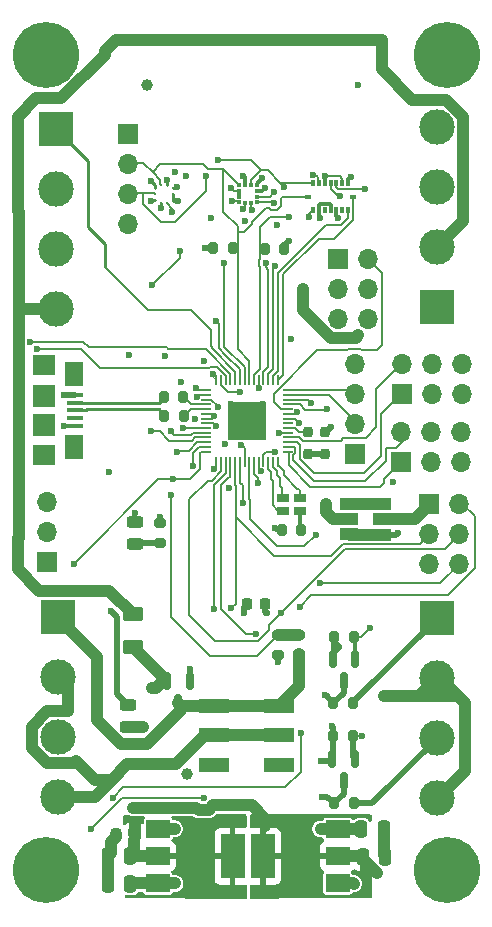
<source format=gbr>
%TF.GenerationSoftware,KiCad,Pcbnew,7.0.5*%
%TF.CreationDate,2023-08-27T23:52:23-07:00*%
%TF.ProjectId,Lyra V2,4c797261-2056-4322-9e6b-696361645f70,rev?*%
%TF.SameCoordinates,Original*%
%TF.FileFunction,Copper,L1,Top*%
%TF.FilePolarity,Positive*%
%FSLAX46Y46*%
G04 Gerber Fmt 4.6, Leading zero omitted, Abs format (unit mm)*
G04 Created by KiCad (PCBNEW 7.0.5) date 2023-08-27 23:52:23*
%MOMM*%
%LPD*%
G01*
G04 APERTURE LIST*
G04 Aperture macros list*
%AMRoundRect*
0 Rectangle with rounded corners*
0 $1 Rounding radius*
0 $2 $3 $4 $5 $6 $7 $8 $9 X,Y pos of 4 corners*
0 Add a 4 corners polygon primitive as box body*
4,1,4,$2,$3,$4,$5,$6,$7,$8,$9,$2,$3,0*
0 Add four circle primitives for the rounded corners*
1,1,$1+$1,$2,$3*
1,1,$1+$1,$4,$5*
1,1,$1+$1,$6,$7*
1,1,$1+$1,$8,$9*
0 Add four rect primitives between the rounded corners*
20,1,$1+$1,$2,$3,$4,$5,0*
20,1,$1+$1,$4,$5,$6,$7,0*
20,1,$1+$1,$6,$7,$8,$9,0*
20,1,$1+$1,$8,$9,$2,$3,0*%
G04 Aperture macros list end*
%TA.AperFunction,SMDPad,CuDef*%
%ADD10R,3.200000X3.200000*%
%TD*%
%TA.AperFunction,SMDPad,CuDef*%
%ADD11RoundRect,0.050000X0.387500X-0.050000X0.387500X0.050000X-0.387500X0.050000X-0.387500X-0.050000X0*%
%TD*%
%TA.AperFunction,SMDPad,CuDef*%
%ADD12RoundRect,0.050000X0.050000X-0.387500X0.050000X0.387500X-0.050000X0.387500X-0.050000X-0.387500X0*%
%TD*%
%TA.AperFunction,ComponentPad*%
%ADD13R,3.000000X3.000000*%
%TD*%
%TA.AperFunction,ComponentPad*%
%ADD14C,3.000000*%
%TD*%
%TA.AperFunction,ComponentPad*%
%ADD15R,1.700000X1.700000*%
%TD*%
%TA.AperFunction,ComponentPad*%
%ADD16O,1.700000X1.700000*%
%TD*%
%TA.AperFunction,SMDPad,CuDef*%
%ADD17RoundRect,0.200000X0.200000X0.275000X-0.200000X0.275000X-0.200000X-0.275000X0.200000X-0.275000X0*%
%TD*%
%TA.AperFunction,SMDPad,CuDef*%
%ADD18RoundRect,0.243750X0.456250X-0.243750X0.456250X0.243750X-0.456250X0.243750X-0.456250X-0.243750X0*%
%TD*%
%TA.AperFunction,SMDPad,CuDef*%
%ADD19R,0.250000X0.275000*%
%TD*%
%TA.AperFunction,SMDPad,CuDef*%
%ADD20R,0.275000X0.250000*%
%TD*%
%TA.AperFunction,SMDPad,CuDef*%
%ADD21RoundRect,0.150000X-0.150000X0.587500X-0.150000X-0.587500X0.150000X-0.587500X0.150000X0.587500X0*%
%TD*%
%TA.AperFunction,SMDPad,CuDef*%
%ADD22RoundRect,0.225000X0.225000X0.250000X-0.225000X0.250000X-0.225000X-0.250000X0.225000X-0.250000X0*%
%TD*%
%TA.AperFunction,SMDPad,CuDef*%
%ADD23R,2.000000X1.500000*%
%TD*%
%TA.AperFunction,SMDPad,CuDef*%
%ADD24R,2.000000X3.800000*%
%TD*%
%TA.AperFunction,SMDPad,CuDef*%
%ADD25R,0.375000X0.350000*%
%TD*%
%TA.AperFunction,SMDPad,CuDef*%
%ADD26R,0.350000X0.375000*%
%TD*%
%TA.AperFunction,SMDPad,CuDef*%
%ADD27RoundRect,0.243750X-0.456250X0.243750X-0.456250X-0.243750X0.456250X-0.243750X0.456250X0.243750X0*%
%TD*%
%TA.AperFunction,SMDPad,CuDef*%
%ADD28RoundRect,0.200000X-0.200000X-0.275000X0.200000X-0.275000X0.200000X0.275000X-0.200000X0.275000X0*%
%TD*%
%TA.AperFunction,SMDPad,CuDef*%
%ADD29RoundRect,0.250000X-0.250000X-0.475000X0.250000X-0.475000X0.250000X0.475000X-0.250000X0.475000X0*%
%TD*%
%TA.AperFunction,SMDPad,CuDef*%
%ADD30R,2.500000X1.200000*%
%TD*%
%TA.AperFunction,ComponentPad*%
%ADD31C,5.600000*%
%TD*%
%TA.AperFunction,SMDPad,CuDef*%
%ADD32RoundRect,0.200000X0.275000X-0.200000X0.275000X0.200000X-0.275000X0.200000X-0.275000X-0.200000X0*%
%TD*%
%TA.AperFunction,SMDPad,CuDef*%
%ADD33RoundRect,0.200000X0.200000X0.250000X-0.200000X0.250000X-0.200000X-0.250000X0.200000X-0.250000X0*%
%TD*%
%TA.AperFunction,SMDPad,CuDef*%
%ADD34R,1.500000X1.000000*%
%TD*%
%TA.AperFunction,SMDPad,CuDef*%
%ADD35R,0.350000X0.590000*%
%TD*%
%TA.AperFunction,SMDPad,CuDef*%
%ADD36R,0.590000X0.350000*%
%TD*%
%TA.AperFunction,SMDPad,CuDef*%
%ADD37RoundRect,0.250000X0.250000X0.475000X-0.250000X0.475000X-0.250000X-0.475000X0.250000X-0.475000X0*%
%TD*%
%TA.AperFunction,SMDPad,CuDef*%
%ADD38R,1.000000X0.800000*%
%TD*%
%TA.AperFunction,SMDPad,CuDef*%
%ADD39R,1.900000X1.800000*%
%TD*%
%TA.AperFunction,SMDPad,CuDef*%
%ADD40R,1.900000X1.900000*%
%TD*%
%TA.AperFunction,SMDPad,CuDef*%
%ADD41R,1.600000X2.100000*%
%TD*%
%TA.AperFunction,SMDPad,CuDef*%
%ADD42R,1.350000X0.400000*%
%TD*%
%TA.AperFunction,SMDPad,CuDef*%
%ADD43RoundRect,0.250000X0.625000X-0.375000X0.625000X0.375000X-0.625000X0.375000X-0.625000X-0.375000X0*%
%TD*%
%TA.AperFunction,SMDPad,CuDef*%
%ADD44RoundRect,0.200000X-0.275000X0.200000X-0.275000X-0.200000X0.275000X-0.200000X0.275000X0.200000X0*%
%TD*%
%TA.AperFunction,ViaPad*%
%ADD45C,0.600000*%
%TD*%
%TA.AperFunction,ViaPad*%
%ADD46C,1.000000*%
%TD*%
%TA.AperFunction,Conductor*%
%ADD47C,0.200000*%
%TD*%
%TA.AperFunction,Conductor*%
%ADD48C,1.000000*%
%TD*%
%TA.AperFunction,Conductor*%
%ADD49C,0.250000*%
%TD*%
%TA.AperFunction,Conductor*%
%ADD50C,0.286000*%
%TD*%
%TA.AperFunction,Conductor*%
%ADD51C,0.241300*%
%TD*%
%TA.AperFunction,Conductor*%
%ADD52C,0.254000*%
%TD*%
%TA.AperFunction,Conductor*%
%ADD53C,0.500000*%
%TD*%
%TA.AperFunction,Conductor*%
%ADD54C,0.300000*%
%TD*%
%TA.AperFunction,Conductor*%
%ADD55C,0.000000*%
%TD*%
G04 APERTURE END LIST*
D10*
%TO.P,U6,57,GND*%
%TO.N,GND*%
X119921900Y-96097600D03*
D11*
%TO.P,U6,56,QSPI_SS*%
%TO.N,/QSPI_SS*%
X116484400Y-98697600D03*
%TO.P,U6,55,QSPI_SD1*%
%TO.N,/QSPI_SD1*%
X116484400Y-98297600D03*
%TO.P,U6,54,QSPI_SD2*%
%TO.N,/QSPI_SD2*%
X116484400Y-97897600D03*
%TO.P,U6,53,QSPI_SD0*%
%TO.N,/QSPI_SDO*%
X116484400Y-97497600D03*
%TO.P,U6,52,QSPI_SCLK*%
%TO.N,/QSPI_SCLK*%
X116484400Y-97097600D03*
%TO.P,U6,51,QSPI_SD3*%
%TO.N,/QSPI_SD3*%
X116484400Y-96697600D03*
%TO.P,U6,50,DVDD*%
%TO.N,+1V1*%
X116484400Y-96297600D03*
%TO.P,U6,49,IOVDD*%
%TO.N,+3V3*%
X116484400Y-95897600D03*
%TO.P,U6,48,USB_VDD*%
X116484400Y-95497600D03*
%TO.P,U6,47,USB_DP*%
%TO.N,/RP USB_D+*%
X116484400Y-95097600D03*
%TO.P,U6,46,USB_DM*%
%TO.N,/RP USB_D-*%
X116484400Y-94697600D03*
%TO.P,U6,45,VREG_VOUT*%
%TO.N,+1V1*%
X116484400Y-94297600D03*
%TO.P,U6,44,VREG_IN*%
%TO.N,+3V3*%
X116484400Y-93897600D03*
%TO.P,U6,43,ADC_AVDD*%
X116484400Y-93497600D03*
D12*
%TO.P,U6,42,IOVDD*%
X117321900Y-92660100D03*
%TO.P,U6,41,GPIO29_ADC3*%
%TO.N,/BATT SENSE*%
X117721900Y-92660100D03*
%TO.P,U6,40,GPIO28_ADC2*%
%TO.N,/P1 CONT*%
X118121900Y-92660100D03*
%TO.P,U6,39,GPIO27_ADC1*%
%TO.N,/P2 CONT*%
X118521900Y-92660100D03*
%TO.P,U6,38,GPIO26_ADC0*%
%TO.N,/GPIO26*%
X118921900Y-92660100D03*
%TO.P,U6,37,GPIO25*%
%TO.N,/BARO INT*%
X119321900Y-92660100D03*
%TO.P,U6,36,GPIO24*%
%TO.N,/MAG INT*%
X119721900Y-92660100D03*
%TO.P,U6,35,GPIO23*%
%TO.N,/I2C1 SCL*%
X120121900Y-92660100D03*
%TO.P,U6,34,GPIO22*%
%TO.N,/I2C1 SDA*%
X120521900Y-92660100D03*
%TO.P,U6,33,IOVDD*%
%TO.N,+3V3*%
X120921900Y-92660100D03*
%TO.P,U6,32,GPIO21*%
%TO.N,/GYRO INT4*%
X121321900Y-92660100D03*
%TO.P,U6,31,GPIO20*%
%TO.N,/GYRO INT3*%
X121721900Y-92660100D03*
%TO.P,U6,30,GPIO19*%
%TO.N,/ACCEL INT2*%
X122121900Y-92660100D03*
%TO.P,U6,29,GPIO18*%
%TO.N,/ACCEL INT1*%
X122521900Y-92660100D03*
D11*
%TO.P,U6,28,GPIO17*%
%TO.N,/UART0 RX*%
X123359400Y-93497600D03*
%TO.P,U6,27,GPIO16*%
%TO.N,/UART0 TX*%
X123359400Y-93897600D03*
%TO.P,U6,26,RUN*%
%TO.N,/RUN*%
X123359400Y-94297600D03*
%TO.P,U6,25,SWD*%
%TO.N,/SWD*%
X123359400Y-94697600D03*
%TO.P,U6,24,SWCLK*%
%TO.N,/SWCLK*%
X123359400Y-95097600D03*
%TO.P,U6,23,DVDD*%
%TO.N,+1V1*%
X123359400Y-95497600D03*
%TO.P,U6,22,IOVDD*%
%TO.N,+3V3*%
X123359400Y-95897600D03*
%TO.P,U6,21,XOUT*%
%TO.N,unconnected-(U6-XOUT-Pad21)*%
X123359400Y-96297600D03*
%TO.P,U6,20,XIN*%
%TO.N,/XIN*%
X123359400Y-96697600D03*
%TO.P,U6,19,TESTEN*%
%TO.N,GND*%
X123359400Y-97097600D03*
%TO.P,U6,18,GPIO15*%
%TO.N,/SERVO4*%
X123359400Y-97497600D03*
%TO.P,U6,17,GPIO14*%
%TO.N,/SERVO3*%
X123359400Y-97897600D03*
%TO.P,U6,16,GPIO13*%
%TO.N,/SERVO2*%
X123359400Y-98297600D03*
%TO.P,U6,15,GPIO12*%
%TO.N,/SERVO1*%
X123359400Y-98697600D03*
D12*
%TO.P,U6,14,GPIO11*%
%TO.N,/LEDBLUE*%
X122521900Y-99535100D03*
%TO.P,U6,13,GPIO10*%
%TO.N,/LEDGREEN*%
X122121900Y-99535100D03*
%TO.P,U6,12,GPIO9*%
%TO.N,/LEDRED*%
X121721900Y-99535100D03*
%TO.P,U6,11,GPIO8*%
%TO.N,/MAG DRDY*%
X121321900Y-99535100D03*
%TO.P,U6,10,IOVDD*%
%TO.N,+3V3*%
X120921900Y-99535100D03*
%TO.P,U6,9,GPIO7*%
%TO.N,/P2 EN*%
X120521900Y-99535100D03*
%TO.P,U6,8,GPIO6*%
%TO.N,/P1 EN*%
X120121900Y-99535100D03*
%TO.P,U6,7,GPIO5*%
%TO.N,/BUZZER*%
X119721900Y-99535100D03*
%TO.P,U6,6,GPIO4*%
%TO.N,/BRKOUT CS*%
X119321900Y-99535100D03*
%TO.P,U6,5,GPIO3*%
%TO.N,/SPI0 MOSI*%
X118921900Y-99535100D03*
%TO.P,U6,4,GPIO2*%
%TO.N,/SPI0 SCLK*%
X118521900Y-99535100D03*
%TO.P,U6,3,GPIO1*%
%TO.N,/SD CS*%
X118121900Y-99535100D03*
%TO.P,U6,2,GPIO0*%
%TO.N,/SPI0 MISO*%
X117721900Y-99535100D03*
%TO.P,U6,1,IOVDD*%
%TO.N,+3V3*%
X117321900Y-99535100D03*
%TD*%
D13*
%TO.P,J5,1,Pin_1*%
%TO.N,/PYRO PWR*%
X136017000Y-86487000D03*
D14*
%TO.P,J5,2,Pin_2*%
%TO.N,+12P*%
X136017000Y-81407000D03*
%TO.P,J5,3,Pin_3*%
%TO.N,GND*%
X136017000Y-76327000D03*
%TO.P,J5,4,Pin_4*%
%TO.N,+5V*%
X136017000Y-71247000D03*
%TD*%
D13*
%TO.P,J2,1,Pin_1*%
%TO.N,/GPIO26*%
X103784400Y-71399400D03*
D14*
%TO.P,J2,2,Pin_2*%
%TO.N,+3V3*%
X103784400Y-76479400D03*
%TO.P,J2,3,Pin_3*%
%TO.N,GND*%
X103784400Y-81559400D03*
%TO.P,J2,4,Pin_4*%
%TO.N,+12P*%
X103784400Y-86639400D03*
%TD*%
D15*
%TO.P,J4,1,Pin_1*%
%TO.N,/SPI PWR*%
X135356600Y-103098600D03*
D16*
%TO.P,J4,2,Pin_2*%
%TO.N,/SPI0 SCLK*%
X137896600Y-103098600D03*
%TO.P,J4,3,Pin_3*%
%TO.N,/SPI0 MOSI*%
X135356600Y-105638600D03*
%TO.P,J4,4,Pin_4*%
%TO.N,/SPI0 MISO*%
X137896600Y-105638600D03*
%TO.P,J4,5,Pin_5*%
%TO.N,GND*%
X135356600Y-108178600D03*
%TO.P,J4,6,Pin_6*%
%TO.N,/BRKOUT CS*%
X137896600Y-108178600D03*
%TD*%
D15*
%TO.P,J10,1,Pin_1*%
%TO.N,/I2C PWR*%
X109829600Y-71780400D03*
D16*
%TO.P,J10,2,Pin_2*%
%TO.N,/I2C1 SCL*%
X109829600Y-74320400D03*
%TO.P,J10,3,Pin_3*%
%TO.N,/I2C1 SDA*%
X109829600Y-76860400D03*
%TO.P,J10,4,Pin_4*%
%TO.N,GND*%
X109829600Y-79400400D03*
%TD*%
D15*
%TO.P,J11,1,Pin_1*%
%TO.N,/UART PWR*%
X129108200Y-98856800D03*
D16*
%TO.P,J11,2,Pin_2*%
%TO.N,/UART0 TX*%
X129108200Y-96316800D03*
%TO.P,J11,3,Pin_3*%
%TO.N,/UART0 RX*%
X129108200Y-93776800D03*
%TO.P,J11,4,Pin_4*%
%TO.N,GND*%
X129108200Y-91236800D03*
%TD*%
D17*
%TO.P,R12,1*%
%TO.N,Net-(D3-A)*%
X124523000Y-105308400D03*
%TO.P,R12,2*%
%TO.N,+3V3*%
X122873000Y-105308400D03*
%TD*%
D15*
%TO.P,J12,1,Pin_1*%
%TO.N,GND*%
X102998400Y-108013999D03*
D16*
%TO.P,J12,2,Pin_2*%
%TO.N,/BOOTSEL*%
X102998400Y-105473999D03*
%TO.P,J12,3,Pin_3*%
%TO.N,unconnected-(J12-Pin_3-Pad3)*%
X102998400Y-102933999D03*
%TD*%
D18*
%TO.P,D1,1,K*%
%TO.N,+12VA*%
X109825000Y-121987500D03*
%TO.P,D1,2,A*%
%TO.N,VBUS*%
X109825000Y-120112500D03*
%TD*%
D19*
%TO.P,U4,1,VDDIO*%
%TO.N,+3V3*%
X113137500Y-76137500D03*
%TO.P,U4,2,SCK/SCL*%
%TO.N,/I2C1 SCL*%
X112637500Y-76137500D03*
D20*
%TO.P,U4,3,VSS/GND*%
%TO.N,GND*%
X112125000Y-76400000D03*
%TO.P,U4,4,SDI/SDO/SDA*%
%TO.N,/I2C1 SDA*%
X112125000Y-76900000D03*
%TO.P,U4,5,SDO/DNC/SA0*%
%TO.N,GND*%
X112125000Y-77400000D03*
D19*
%TO.P,U4,6,~{CS}*%
%TO.N,+3V3*%
X112637500Y-77662500D03*
%TO.P,U4,7,INT/DNC*%
%TO.N,/BARO INT*%
X113137500Y-77662500D03*
D20*
%TO.P,U4,8,VSS/GND__1*%
%TO.N,GND*%
X113650000Y-77400000D03*
%TO.P,U4,9,VSS/GND__2*%
X113650000Y-76900000D03*
%TO.P,U4,10,VDD*%
%TO.N,+3V3*%
X113650000Y-76400000D03*
%TD*%
D21*
%TO.P,Q3,1,G*%
%TO.N,/P1 EN*%
X129050000Y-124700000D03*
%TO.P,Q3,2,S*%
%TO.N,GND*%
X127150000Y-124700000D03*
%TO.P,Q3,3,D*%
%TO.N,Net-(Q3-D)*%
X128100000Y-126575000D03*
%TD*%
D22*
%TO.P,C14,1*%
%TO.N,GND*%
X121475800Y-111633000D03*
%TO.P,C14,2*%
%TO.N,+3V3*%
X119925800Y-111633000D03*
%TD*%
D23*
%TO.P,U1,1,GND*%
%TO.N,GND*%
X112400000Y-130650000D03*
%TO.P,U1,2,VO*%
%TO.N,+3V3*%
X112400000Y-132950000D03*
D24*
X118700000Y-132950000D03*
D23*
%TO.P,U1,3,VI*%
%TO.N,+12VA*%
X112400000Y-135250000D03*
%TD*%
D25*
%TO.P,U3,1,SCL/SPC*%
%TO.N,/I2C1 SCL*%
X119225000Y-76100000D03*
%TO.P,U3,2,GND*%
%TO.N,GND*%
X119225000Y-76600000D03*
%TO.P,U3,3,GND*%
X119225000Y-77100000D03*
%TO.P,U3,4,C1*%
%TO.N,Net-(U3-C1)*%
X119225000Y-77600000D03*
D26*
%TO.P,U3,5,Vdd*%
%TO.N,+3V3*%
X119737500Y-77612500D03*
%TO.P,U3,6,Vdd_IO*%
X120237500Y-77612500D03*
D25*
%TO.P,U3,7,INT*%
%TO.N,/MAG INT*%
X120750000Y-77600000D03*
%TO.P,U3,8,DRDY*%
%TO.N,/MAG DRDY*%
X120750000Y-77100000D03*
%TO.P,U3,9,SDO/SA1*%
%TO.N,GND*%
X120750000Y-76600000D03*
%TO.P,U3,10,~{CS}*%
%TO.N,+3V3*%
X120750000Y-76100000D03*
D26*
%TO.P,U3,11,SDA/SDI/SDO*%
%TO.N,/I2C1 SDA*%
X120237500Y-76087500D03*
%TO.P,U3,12,GND*%
%TO.N,GND*%
X119737500Y-76087500D03*
%TD*%
D27*
%TO.P,D2,1,K*%
%TO.N,GND*%
X110439200Y-104624900D03*
%TO.P,D2,2,A*%
%TO.N,Net-(D2-A)*%
X110439200Y-106499900D03*
%TD*%
D28*
%TO.P,R2,1*%
%TO.N,GND*%
X127300000Y-114400000D03*
%TO.P,R2,2*%
%TO.N,/P2 EN*%
X128950000Y-114400000D03*
%TD*%
D13*
%TO.P,J6,1,Pin_1*%
%TO.N,/P2-*%
X135991600Y-112750600D03*
D14*
%TO.P,J6,2,Pin_2*%
%TO.N,/PYRO PWR*%
X135991600Y-117830600D03*
%TO.P,J6,3,Pin_3*%
%TO.N,/P1-*%
X135991600Y-122910600D03*
%TO.P,J6,4,Pin_4*%
%TO.N,/PYRO PWR*%
X135991600Y-127990600D03*
%TD*%
D29*
%TO.P,C4,1*%
%TO.N,+12VA*%
X129600000Y-130650000D03*
%TO.P,C4,2*%
%TO.N,GND*%
X131500000Y-130650000D03*
%TD*%
D17*
%TO.P,R4,1*%
%TO.N,/P2-*%
X128900000Y-119975000D03*
%TO.P,R4,2*%
%TO.N,Net-(Q2-D)*%
X127250000Y-119975000D03*
%TD*%
D30*
%TO.P,SW1,1,A*%
%TO.N,unconnected-(SW1-A-Pad1)*%
X122650000Y-125200000D03*
%TO.P,SW1,2,B*%
%TO.N,+BATT*%
X122650000Y-122700000D03*
%TO.P,SW1,3,C*%
%TO.N,+12V*%
X122650000Y-120200000D03*
%TO.P,SW1,4,A*%
X117150000Y-120200000D03*
%TO.P,SW1,5,B*%
%TO.N,+BATT*%
X117150000Y-122700000D03*
%TO.P,SW1,6,C*%
%TO.N,unconnected-(SW1-C-Pad6)*%
X117150000Y-125200000D03*
%TD*%
D31*
%TO.P,H3,1,1*%
%TO.N,GND*%
X136900000Y-134150000D03*
%TD*%
D32*
%TO.P,R10,1*%
%TO.N,+12V*%
X124325000Y-115850000D03*
%TO.P,R10,2*%
%TO.N,/BATT SENSE*%
X124325000Y-114200000D03*
%TD*%
D13*
%TO.P,J3,1,Pin_1*%
%TO.N,+12V*%
X103911400Y-112725200D03*
D14*
%TO.P,J3,2,Pin_2*%
%TO.N,+BATT*%
X103911400Y-117805200D03*
%TO.P,J3,3,Pin_3*%
%TO.N,GND*%
X103911400Y-122885200D03*
%TO.P,J3,4,Pin_4*%
%TO.N,+BATT*%
X103911400Y-127965200D03*
%TD*%
D31*
%TO.P,H4,1,1*%
%TO.N,GND*%
X102900000Y-134150000D03*
%TD*%
D28*
%TO.P,R3,1*%
%TO.N,GND*%
X127250000Y-122800000D03*
%TO.P,R3,2*%
%TO.N,/P1 EN*%
X128900000Y-122800000D03*
%TD*%
D31*
%TO.P,H2,1,1*%
%TO.N,GND*%
X136850000Y-65150000D03*
%TD*%
D33*
%TO.P,X1,1,Tri-State*%
%TO.N,+3V3*%
X126568200Y-98903400D03*
%TO.P,X1,2,GND*%
%TO.N,GND*%
X126568200Y-97053400D03*
%TO.P,X1,3,OUT*%
%TO.N,/XIN*%
X125118200Y-97053400D03*
%TO.P,X1,4,VDD*%
%TO.N,+3V3*%
X125118200Y-98903400D03*
%TD*%
D21*
%TO.P,Q1,1,G*%
%TO.N,GND*%
X115075000Y-118100000D03*
%TO.P,Q1,2,S*%
%TO.N,Net-(Q1-S)*%
X113175000Y-118100000D03*
%TO.P,Q1,3,D*%
%TO.N,+12V*%
X114125000Y-119975000D03*
%TD*%
D17*
%TO.P,R18,1*%
%TO.N,+3V3*%
X123100600Y-81534000D03*
%TO.P,R18,2*%
%TO.N,/I2C1 SDA*%
X121450600Y-81534000D03*
%TD*%
D23*
%TO.P,U2,1,GND*%
%TO.N,GND*%
X127600000Y-135250000D03*
%TO.P,U2,2,VO*%
%TO.N,+5V*%
X127600000Y-132950000D03*
D24*
X121300000Y-132950000D03*
D23*
%TO.P,U2,3,VI*%
%TO.N,+12VA*%
X127600000Y-130650000D03*
%TD*%
D29*
%TO.P,C8,1*%
%TO.N,+5V*%
X129725000Y-132975000D03*
%TO.P,C8,2*%
%TO.N,GND*%
X131625000Y-132975000D03*
%TD*%
D34*
%TO.P,JP4,1,A*%
%TO.N,+5V*%
X128600000Y-105700000D03*
%TO.P,JP4,2,C*%
%TO.N,/UART PWR*%
X128600000Y-104400000D03*
%TO.P,JP4,3,B*%
%TO.N,+3V3*%
X128600000Y-103100000D03*
%TD*%
D35*
%TO.P,U7,1,INT2*%
%TO.N,/ACCEL INT2*%
X128500000Y-78265000D03*
%TO.P,U7,2,NC*%
%TO.N,unconnected-(U7-NC-Pad2)*%
X128000000Y-78265000D03*
%TO.P,U7,3,VDD*%
%TO.N,+3V3*%
X127500000Y-78265000D03*
%TO.P,U7,4,GNDA*%
%TO.N,GND*%
X127000000Y-78265000D03*
%TO.P,U7,5,CSB2*%
%TO.N,unconnected-(U7-CSB2-Pad5)*%
X126500000Y-78265000D03*
%TO.P,U7,6,GNDIO*%
%TO.N,GND*%
X126000000Y-78265000D03*
%TO.P,U7,7,PS*%
%TO.N,+3V3*%
X125500000Y-78265000D03*
D36*
%TO.P,U7,8,SCL/SCK*%
%TO.N,/I2C1 SCL*%
X125085000Y-77100000D03*
D35*
%TO.P,U7,9,SDA/SDI*%
%TO.N,/I2C1 SDA*%
X125500000Y-75935000D03*
%TO.P,U7,10,SDO2*%
%TO.N,GND*%
X126000000Y-75935000D03*
%TO.P,U7,11,VDDIO*%
%TO.N,+3V3*%
X126500000Y-75935000D03*
%TO.P,U7,12,INT3*%
%TO.N,/GYRO INT3*%
X127000000Y-75935000D03*
%TO.P,U7,13,INT4*%
%TO.N,/GYRO INT4*%
X127500000Y-75935000D03*
%TO.P,U7,14,CSB1*%
%TO.N,+3V3*%
X128000000Y-75935000D03*
%TO.P,U7,15,SDO1*%
%TO.N,GND*%
X128500000Y-75935000D03*
D36*
%TO.P,U7,16,INT1*%
%TO.N,/ACCEL INT1*%
X128915000Y-77100000D03*
%TD*%
D32*
%TO.P,R1,1*%
%TO.N,Net-(D2-A)*%
X112539200Y-106424900D03*
%TO.P,R1,2*%
%TO.N,+3V3*%
X112539200Y-104774900D03*
%TD*%
D22*
%TO.P,C3,1*%
%TO.N,+3V3*%
X110400000Y-131075000D03*
%TO.P,C3,2*%
%TO.N,GND*%
X108850000Y-131075000D03*
%TD*%
D37*
%TO.P,C2,1*%
%TO.N,+3V3*%
X110050000Y-132950000D03*
%TO.P,C2,2*%
%TO.N,GND*%
X108150000Y-132950000D03*
%TD*%
D28*
%TO.P,R17,1*%
%TO.N,+3V3*%
X117056400Y-81432400D03*
%TO.P,R17,2*%
%TO.N,/I2C1 SCL*%
X118706400Y-81432400D03*
%TD*%
D38*
%TO.P,D3,1,A*%
%TO.N,Net-(D3-A)*%
X124434600Y-103690600D03*
%TO.P,D3,2,RK*%
%TO.N,/LEDRED*%
X122934600Y-103690600D03*
%TO.P,D3,3,GK*%
%TO.N,/LEDGREEN*%
X122934600Y-102590600D03*
%TO.P,D3,4,BK*%
%TO.N,/LEDBLUE*%
X124434600Y-102590600D03*
%TD*%
D31*
%TO.P,H1,1,1*%
%TO.N,GND*%
X102900000Y-65150000D03*
%TD*%
D39*
%TO.P,J1,MP6*%
%TO.N,N/C*%
X102707600Y-99000400D03*
D40*
%TO.P,J1,MP5*%
X102707600Y-96400400D03*
%TO.P,J1,MP4*%
X102707600Y-94000400D03*
D39*
%TO.P,J1,MP3*%
X102707600Y-91400400D03*
D41*
%TO.P,J1,MP2*%
X105257600Y-98300400D03*
%TO.P,J1,MP1*%
X105257600Y-92100400D03*
D42*
%TO.P,J1,5,GND*%
%TO.N,GND*%
X105382600Y-96500400D03*
%TO.P,J1,4,ID*%
%TO.N,unconnected-(J1-ID-Pad4)*%
X105382600Y-95850400D03*
%TO.P,J1,3,D+*%
%TO.N,/USB_D+*%
X105382600Y-95200400D03*
%TO.P,J1,2,D-*%
%TO.N,/USB_D-*%
X105382600Y-94550400D03*
%TO.P,J1,1,VBUS*%
%TO.N,VBUS*%
X105382600Y-93900400D03*
%TD*%
D28*
%TO.P,R15,1*%
%TO.N,/USB_D+*%
X112913200Y-95643600D03*
%TO.P,R15,2*%
%TO.N,/RP USB_D+*%
X114563200Y-95643600D03*
%TD*%
D15*
%TO.P,J9,1,Pin_1*%
%TO.N,/SERVO1*%
X132969000Y-99542600D03*
D16*
%TO.P,J9,2,Pin_2*%
%TO.N,/SERVO2*%
X132969000Y-97002600D03*
%TO.P,J9,3,Pin_3*%
%TO.N,/SERVO PWR*%
X135509000Y-99542600D03*
%TO.P,J9,4,Pin_4*%
X135509000Y-97002600D03*
%TO.P,J9,5,Pin_5*%
%TO.N,GND*%
X138049000Y-99542600D03*
%TO.P,J9,6,Pin_6*%
X138049000Y-97002600D03*
%TD*%
D15*
%TO.P,J7,1,Pin_1*%
%TO.N,/SWD PWR*%
X127660000Y-82420000D03*
D16*
%TO.P,J7,2,Pin_2*%
%TO.N,/SWCLK*%
X130200000Y-82420000D03*
%TO.P,J7,3,Pin_3*%
%TO.N,/RUN*%
X127660000Y-84960000D03*
%TO.P,J7,4,Pin_4*%
%TO.N,GND*%
X130200000Y-84960000D03*
%TO.P,J7,5,Pin_5*%
X127660000Y-87500000D03*
%TO.P,J7,6,Pin_6*%
%TO.N,/SWD*%
X130200000Y-87500000D03*
%TD*%
D37*
%TO.P,C1,1*%
%TO.N,+12VA*%
X110050000Y-135300000D03*
%TO.P,C1,2*%
%TO.N,GND*%
X108150000Y-135300000D03*
%TD*%
D43*
%TO.P,F1,1*%
%TO.N,Net-(Q1-S)*%
X110275000Y-115250000D03*
%TO.P,F1,2*%
%TO.N,+12P*%
X110275000Y-112450000D03*
%TD*%
D21*
%TO.P,Q2,1,G*%
%TO.N,/P2 EN*%
X129075000Y-116275000D03*
%TO.P,Q2,2,S*%
%TO.N,GND*%
X127175000Y-116275000D03*
%TO.P,Q2,3,D*%
%TO.N,Net-(Q2-D)*%
X128125000Y-118150000D03*
%TD*%
D15*
%TO.P,J8,1,Pin_1*%
%TO.N,/SERVO3*%
X133045200Y-93776800D03*
D16*
%TO.P,J8,2,Pin_2*%
%TO.N,/SERVO4*%
X133045200Y-91236800D03*
%TO.P,J8,3,Pin_3*%
%TO.N,/SERVO PWR*%
X135585200Y-93776800D03*
%TO.P,J8,4,Pin_4*%
X135585200Y-91236800D03*
%TO.P,J8,5,Pin_5*%
%TO.N,GND*%
X138125200Y-93776800D03*
%TO.P,J8,6,Pin_6*%
X138125200Y-91236800D03*
%TD*%
D34*
%TO.P,JP3,1,A*%
%TO.N,+5V*%
X131350000Y-105725000D03*
%TO.P,JP3,2,C*%
%TO.N,/SPI PWR*%
X131350000Y-104425000D03*
%TO.P,JP3,3,B*%
%TO.N,+3V3*%
X131350000Y-103125000D03*
%TD*%
D17*
%TO.P,R5,1*%
%TO.N,/P1-*%
X128950000Y-128475000D03*
%TO.P,R5,2*%
%TO.N,Net-(Q3-D)*%
X127300000Y-128475000D03*
%TD*%
%TO.P,R16,1*%
%TO.N,/RP USB_D-*%
X114540800Y-94081600D03*
%TO.P,R16,2*%
%TO.N,/USB_D-*%
X112890800Y-94081600D03*
%TD*%
D44*
%TO.P,R11,1*%
%TO.N,/BATT SENSE*%
X122575000Y-114225000D03*
%TO.P,R11,2*%
%TO.N,GND*%
X122575000Y-115875000D03*
%TD*%
D45*
%TO.N,+3V3*%
X120919650Y-93332418D03*
D46*
%TO.N,GND*%
X114884200Y-125958600D03*
D45*
X118567200Y-94691200D03*
X125526800Y-75234800D03*
D46*
X108153200Y-134112000D03*
D45*
X132280491Y-101277480D03*
X111760000Y-77470000D03*
X109905800Y-90474800D03*
D46*
X131495800Y-131800600D03*
D45*
X127076200Y-96570800D03*
X129311400Y-67665600D03*
X116865400Y-78892400D03*
X122478800Y-79527400D03*
X119608600Y-75336400D03*
X122555000Y-116484400D03*
X121589800Y-112369600D03*
X116306600Y-91033600D03*
X128701800Y-75438000D03*
X115062000Y-117119400D03*
X121446811Y-76335715D03*
X119826788Y-96252504D03*
D46*
X108381800Y-131775200D03*
D45*
X121183400Y-96037400D03*
D46*
X128955800Y-135280400D03*
D45*
X118592600Y-76377800D03*
X127127000Y-121920000D03*
X122656600Y-97078800D03*
X121259600Y-94691200D03*
X126212600Y-124917200D03*
X127726902Y-115239800D03*
X114096800Y-77444600D03*
X120878600Y-97307400D03*
X110464600Y-103911400D03*
X120192800Y-95656400D03*
X114325400Y-92837000D03*
X104470200Y-96545400D03*
X118033800Y-98044000D03*
X115547900Y-95910400D03*
X111785400Y-75742800D03*
X108204000Y-100457000D03*
X126085600Y-78917800D03*
D46*
X113792000Y-130606800D03*
D45*
%TO.N,+3V3*%
X121234200Y-75565000D03*
X122318511Y-105189289D03*
D46*
X111455200Y-67614800D03*
D45*
X113151017Y-75686062D03*
X115646200Y-93319600D03*
X116408200Y-81432400D03*
X112606936Y-78091581D03*
X118363500Y-101769209D03*
X124336410Y-96233599D03*
X123621800Y-89128600D03*
X121146940Y-100354382D03*
X114020600Y-76301600D03*
X125202305Y-78848368D03*
X120319800Y-78206600D03*
X127648892Y-78918591D03*
X112522000Y-104190800D03*
X114782600Y-75361800D03*
X117094000Y-100152200D03*
X126516358Y-75386343D03*
X119786400Y-79146400D03*
D46*
X116535200Y-133223000D03*
D45*
X119616586Y-78118439D03*
D46*
X129900500Y-103145664D03*
D45*
X115690956Y-94054570D03*
D46*
X114858800Y-133070600D03*
X110464600Y-130302000D03*
D45*
X125857000Y-98903400D03*
X113003726Y-90565904D03*
X117068600Y-92100400D03*
X119710200Y-112395000D03*
X113842800Y-74980800D03*
X117172349Y-95704239D03*
X123494800Y-80822800D03*
D46*
%TO.N,+5V*%
X130911600Y-134340600D03*
X124637800Y-84886800D03*
D45*
X110286800Y-128841400D03*
D46*
X129336800Y-88849200D03*
D45*
X132695800Y-105613200D03*
%TO.N,Net-(U3-C1)*%
X118618000Y-77495400D03*
%TO.N,+1V1*%
X117449600Y-94919800D03*
X124166410Y-95309037D03*
X117300130Y-96510961D03*
%TO.N,VBUS*%
X104419400Y-93903800D03*
X108432600Y-112166400D03*
D46*
%TO.N,Net-(Q1-S)*%
X111912400Y-118668800D03*
D45*
%TO.N,/SPI0 SCLK*%
X120650000Y-114122200D03*
X124383800Y-111836200D03*
%TO.N,/SPI0 MOSI*%
X118567200Y-111963200D03*
%TO.N,/SPI0 MISO*%
X122809000Y-112344200D03*
%TO.N,/BRKOUT CS*%
X119563000Y-103022400D03*
X126141211Y-109859811D03*
D46*
%TO.N,/PYRO PWR*%
X131495800Y-119405400D03*
D45*
%TO.N,/SWD*%
X126669800Y-95046800D03*
%TO.N,/RUN*%
X125360100Y-94538800D03*
%TO.N,/I2C1 SDA*%
X117475000Y-74041000D03*
X116453138Y-75387593D03*
X123063000Y-76250800D03*
X123469400Y-78867000D03*
D46*
%TO.N,/UART PWR*%
X126619000Y-103098600D03*
D45*
%TO.N,/SD CS*%
X117164000Y-111981637D03*
%TO.N,/BUZZER*%
X119415500Y-98120200D03*
X111887000Y-84607400D03*
X114223800Y-81686400D03*
%TO.N,/P2 EN*%
X130378200Y-113614200D03*
X120878600Y-101346000D03*
%TO.N,Net-(Q2-D)*%
X126517400Y-119303800D03*
%TO.N,/P1 EN*%
X125755400Y-105743498D03*
X129667000Y-122732800D03*
%TO.N,Net-(Q3-D)*%
X126314200Y-127914400D03*
%TO.N,/P1 CONT*%
X124485400Y-122555000D03*
X108542089Y-127998489D03*
X102184200Y-90000898D03*
%TO.N,/P2 CONT*%
X101583500Y-89382600D03*
X116255800Y-128041400D03*
X106730800Y-130657600D03*
%TO.N,/BATT SENSE*%
X113512600Y-102387400D03*
X119370700Y-93648493D03*
%TO.N,/QSPI_SS*%
X113639600Y-101015800D03*
X105257600Y-108178600D03*
%TO.N,/MAG INT*%
X122199400Y-77622400D03*
X117957600Y-82727800D03*
%TO.N,/MAG DRDY*%
X122309475Y-98719670D03*
X122224800Y-76708000D03*
%TO.N,/BARO INT*%
X113588800Y-78409800D03*
X117297200Y-87604600D03*
%TO.N,/QSPI_SD1*%
X115366800Y-99872800D03*
%TO.N,/QSPI_SD2*%
X113974611Y-98750389D03*
%TO.N,/QSPI_SDO*%
X111836200Y-96961900D03*
%TO.N,/QSPI_SCLK*%
X113461800Y-96977200D03*
%TO.N,/QSPI_SD3*%
X114490255Y-96681953D03*
%TO.N,/GYRO INT3*%
X127812800Y-77053500D03*
X122270789Y-83002389D03*
%TO.N,/GYRO INT4*%
X121523452Y-82718327D03*
X129895600Y-76454000D03*
D46*
%TO.N,+12VA*%
X111150400Y-122047000D03*
X126161800Y-130632200D03*
X113842800Y-135255000D03*
%TD*%
D47*
%TO.N,/SWCLK*%
X122783600Y-95097600D02*
X123359400Y-95097600D01*
X122199400Y-93773653D02*
X122199400Y-94513400D01*
X125853853Y-90119200D02*
X122199400Y-93773653D01*
X128421654Y-90119200D02*
X125853853Y-90119200D01*
X128555654Y-89985200D02*
X128421654Y-90119200D01*
X129642346Y-90119200D02*
X129508346Y-89985200D01*
X130937000Y-90119200D02*
X129642346Y-90119200D01*
X129508346Y-89985200D02*
X128555654Y-89985200D01*
X131350000Y-89706200D02*
X130937000Y-90119200D01*
X131350000Y-83570000D02*
X131350000Y-89706200D01*
X130200000Y-82420000D02*
X131350000Y-83570000D01*
X122199400Y-94513400D02*
X122783600Y-95097600D01*
D48*
%TO.N,+12P*%
X138217000Y-79207000D02*
X136017000Y-81407000D01*
X138217000Y-70335730D02*
X138217000Y-79207000D01*
X136766070Y-68884800D02*
X138217000Y-70335730D01*
X133883400Y-68884800D02*
X136766070Y-68884800D01*
X131318000Y-66319400D02*
X133883400Y-68884800D01*
X131318000Y-63830200D02*
X131318000Y-66319400D01*
X108839000Y-63830200D02*
X131318000Y-63830200D01*
X107924600Y-64744600D02*
X108839000Y-63830200D01*
X104216548Y-68783200D02*
X107924600Y-65075148D01*
X102057200Y-68783200D02*
X104216548Y-68783200D01*
X100507800Y-78307800D02*
X100507800Y-70332600D01*
X100507800Y-70332600D02*
X102057200Y-68783200D01*
X107924600Y-65075148D02*
X107924600Y-64744600D01*
X100584000Y-78384000D02*
X100507800Y-78307800D01*
X100584000Y-87045800D02*
X100584000Y-78384000D01*
X100584000Y-87045800D02*
X100990400Y-86639400D01*
X100990400Y-86639400D02*
X103784400Y-86639400D01*
X100584000Y-106019600D02*
X100584000Y-87045800D01*
%TO.N,+5V*%
X115641586Y-128841400D02*
X110286800Y-128841400D01*
X116670014Y-129041400D02*
X115841586Y-129041400D01*
X115841586Y-129041400D02*
X115641586Y-128841400D01*
X120319800Y-128625600D02*
X117085814Y-128625600D01*
X117085814Y-128625600D02*
X116670014Y-129041400D01*
X121479000Y-129784800D02*
X120319800Y-128625600D01*
X121479000Y-130350000D02*
X121479000Y-129784800D01*
D47*
%TO.N,/QSPI_SDO*%
X112537900Y-96961900D02*
X113350000Y-97774000D01*
X115273014Y-97774000D02*
X115549415Y-97497600D01*
X111836200Y-96961900D02*
X112537900Y-96961900D01*
X113350000Y-97774000D02*
X115273014Y-97774000D01*
X115549415Y-97497600D02*
X116484400Y-97497600D01*
%TO.N,/QSPI_SD3*%
X114505902Y-96697600D02*
X116484400Y-96697600D01*
X114490255Y-96681953D02*
X114505902Y-96697600D01*
D48*
%TO.N,+12P*%
X100558600Y-106045000D02*
X100584000Y-106019600D01*
X100558600Y-108674199D02*
X100558600Y-106045000D01*
X108285000Y-110460000D02*
X102344401Y-110460000D01*
X102344401Y-110460000D02*
X100558600Y-108674199D01*
X110275000Y-112450000D02*
X108285000Y-110460000D01*
D49*
%TO.N,/GPIO26*%
X106476800Y-74091800D02*
X103784400Y-71399400D01*
X106476800Y-79654400D02*
X106476800Y-74091800D01*
X107924600Y-81102200D02*
X106476800Y-79654400D01*
X107924600Y-83083400D02*
X107924600Y-81102200D01*
D47*
X118921900Y-91921700D02*
X118921900Y-92660100D01*
X116935200Y-89935000D02*
X118921900Y-91921700D01*
X116916200Y-89782115D02*
X116935200Y-89801115D01*
X116916200Y-88417400D02*
X116916200Y-89782115D01*
X115163600Y-86664800D02*
X116916200Y-88417400D01*
X111506000Y-86664800D02*
X115163600Y-86664800D01*
X107924600Y-83083400D02*
X111506000Y-86664800D01*
X116935200Y-89801115D02*
X116935200Y-89935000D01*
D50*
%TO.N,/USB_D-*%
X112970000Y-94094400D02*
X112444800Y-94619600D01*
X106379800Y-94619600D02*
X106299000Y-94538800D01*
%TO.N,/USB_D+*%
X106364000Y-95108800D02*
X106273600Y-95199200D01*
%TO.N,/USB_D-*%
X112444800Y-94619600D02*
X106379800Y-94619600D01*
%TO.N,/USB_D+*%
X112444800Y-95108800D02*
X106364000Y-95108800D01*
X112992400Y-95656400D02*
X112444800Y-95108800D01*
D51*
%TO.N,/USB_D-*%
X105394200Y-94538800D02*
X106299000Y-94538800D01*
%TO.N,/USB_D+*%
X105383800Y-95199200D02*
X106273600Y-95199200D01*
X105382600Y-95200400D02*
X105383800Y-95199200D01*
D47*
%TO.N,/RP USB_D+*%
X115201200Y-95097600D02*
X116484400Y-95097600D01*
X114642400Y-95656400D02*
X115201200Y-95097600D01*
%TO.N,/RP USB_D-*%
X115223200Y-94697600D02*
X116484400Y-94697600D01*
X114620000Y-94094400D02*
X115223200Y-94697600D01*
D48*
%TO.N,+12V*%
X122650000Y-120200000D02*
X117150000Y-120200000D01*
X107200000Y-121397164D02*
X107200000Y-116060000D01*
X114350000Y-120544457D02*
X111450457Y-123444000D01*
X111450457Y-123444000D02*
X109246836Y-123444000D01*
X114350000Y-120200000D02*
X114350000Y-120544457D01*
X117150000Y-120200000D02*
X114350000Y-120200000D01*
X109246836Y-123444000D02*
X107200000Y-121397164D01*
X107200000Y-116060000D02*
X103800000Y-112660000D01*
X114350000Y-120200000D02*
X114125000Y-119975000D01*
X124325000Y-118525000D02*
X124325000Y-115850000D01*
X122650000Y-120200000D02*
X124325000Y-118525000D01*
D52*
%TO.N,GND*%
X114096800Y-77444600D02*
X113694600Y-77444600D01*
D53*
X127300000Y-114812898D02*
X127300000Y-114400000D01*
D52*
X112125000Y-76082400D02*
X111785400Y-75742800D01*
D54*
X126925000Y-77720000D02*
X126075000Y-77720000D01*
X119225000Y-76600000D02*
X119225000Y-77045400D01*
D53*
X127175000Y-115791702D02*
X127726902Y-115239800D01*
D54*
X127000000Y-77795000D02*
X126925000Y-77720000D01*
D47*
X125669800Y-75234800D02*
X125526800Y-75234800D01*
X125916358Y-75481358D02*
X125669800Y-75234800D01*
X122675400Y-97097600D02*
X122656600Y-97078800D01*
X118814800Y-76600000D02*
X119225000Y-76600000D01*
D48*
X127600000Y-135250000D02*
X128925400Y-135250000D01*
D53*
X126568200Y-97053400D02*
X126593600Y-97053400D01*
D48*
X108850000Y-131075000D02*
X108850000Y-131307000D01*
D54*
X121446811Y-76335715D02*
X121182526Y-76600000D01*
D53*
X126212600Y-124917200D02*
X126932800Y-124917200D01*
X115075000Y-117132400D02*
X115062000Y-117119400D01*
D48*
X108150000Y-134108800D02*
X108153200Y-134112000D01*
D47*
X110439200Y-103936800D02*
X110464600Y-103911400D01*
D53*
X127175000Y-116275000D02*
X127175000Y-115791702D01*
D48*
X131495800Y-131800600D02*
X131500000Y-131804800D01*
D53*
X121475800Y-111633000D02*
X121475800Y-112255600D01*
D48*
X108381800Y-132718200D02*
X108150000Y-132950000D01*
X108850000Y-131307000D02*
X108381800Y-131775200D01*
D47*
X126000000Y-75935000D02*
X125916358Y-75851358D01*
D52*
X111830000Y-77400000D02*
X111760000Y-77470000D01*
D48*
X108150000Y-132950000D02*
X108150000Y-134108800D01*
D54*
X126075000Y-77720000D02*
X126000000Y-77795000D01*
D47*
X119921900Y-96097600D02*
X119921900Y-96028900D01*
D54*
X126000000Y-78832200D02*
X126000000Y-78265000D01*
X127000000Y-78265000D02*
X127000000Y-77795000D01*
X121182526Y-76600000D02*
X120750000Y-76600000D01*
D53*
X127726902Y-115239800D02*
X127300000Y-114812898D01*
D48*
X131500000Y-132850000D02*
X131625000Y-132975000D01*
D47*
X104515200Y-96500400D02*
X104470200Y-96545400D01*
D53*
X115075000Y-118100000D02*
X115075000Y-117132400D01*
D52*
X113694600Y-77444600D02*
X113650000Y-77400000D01*
D48*
X131500000Y-131804800D02*
X131500000Y-132850000D01*
D53*
X127250000Y-122043000D02*
X127127000Y-121920000D01*
D47*
X123359400Y-97097600D02*
X122675400Y-97097600D01*
D53*
X127300000Y-116150000D02*
X127175000Y-116275000D01*
D48*
X131500000Y-130650000D02*
X131500000Y-131796400D01*
D53*
X127250000Y-122800000D02*
X127250000Y-122043000D01*
D47*
X120192800Y-95758000D02*
X120192800Y-95656400D01*
D53*
X127250000Y-122800000D02*
X127250000Y-124600000D01*
D48*
X108153200Y-134112000D02*
X108153200Y-135296800D01*
D47*
X118592600Y-76377800D02*
X118814800Y-76600000D01*
D52*
X112125000Y-77400000D02*
X111830000Y-77400000D01*
D48*
X128925400Y-135250000D02*
X128955800Y-135280400D01*
D54*
X128500000Y-75639800D02*
X128500000Y-75935000D01*
D53*
X127250000Y-124600000D02*
X127150000Y-124700000D01*
D47*
X120294400Y-95656400D02*
X121259600Y-94691200D01*
X105382600Y-96500400D02*
X104515200Y-96500400D01*
D48*
X131500000Y-131796400D02*
X131495800Y-131800600D01*
D47*
X120192800Y-95656400D02*
X120294400Y-95656400D01*
X119921900Y-96028900D02*
X120192800Y-95758000D01*
D53*
X122575000Y-115875000D02*
X122575000Y-116464400D01*
X122575000Y-116464400D02*
X122555000Y-116484400D01*
D47*
X125916358Y-75851358D02*
X125916358Y-75481358D01*
D52*
X112125000Y-76400000D02*
X112125000Y-76082400D01*
D53*
X127300000Y-114400000D02*
X127300000Y-116150000D01*
X126932800Y-124917200D02*
X127150000Y-124700000D01*
X126593600Y-97053400D02*
X127076200Y-96570800D01*
D54*
X126085600Y-78917800D02*
X126000000Y-78832200D01*
X128701800Y-75438000D02*
X128500000Y-75639800D01*
D52*
X113650000Y-76900000D02*
X113650000Y-77400000D01*
D48*
X113748800Y-130650000D02*
X113792000Y-130606800D01*
D53*
X121475800Y-112255600D02*
X121589800Y-112369600D01*
D48*
X112400000Y-130650000D02*
X113748800Y-130650000D01*
X108381800Y-131775200D02*
X108381800Y-132718200D01*
D47*
X110439200Y-104624900D02*
X110439200Y-103936800D01*
D54*
X119737500Y-75465300D02*
X119737500Y-76087500D01*
X119608600Y-75336400D02*
X119737500Y-75465300D01*
X126000000Y-77795000D02*
X126000000Y-78265000D01*
D48*
X108153200Y-135296800D02*
X108150000Y-135300000D01*
D47*
%TO.N,+3V3*%
X115824200Y-93497600D02*
X115646200Y-93319600D01*
X119737500Y-77997525D02*
X119616586Y-78118439D01*
X128000000Y-75625200D02*
X127761143Y-75386343D01*
D48*
X110464600Y-130302000D02*
X110400000Y-132600000D01*
D52*
X112637500Y-78061017D02*
X112606936Y-78091581D01*
D48*
X110400000Y-132600000D02*
X110050000Y-132950000D01*
D47*
X117321900Y-99924300D02*
X117321900Y-99535100D01*
D54*
X120750000Y-76049200D02*
X121234200Y-75565000D01*
D53*
X119710200Y-112395000D02*
X119710200Y-111848600D01*
D47*
X127761143Y-75386343D02*
X126516358Y-75386343D01*
X124336410Y-96233599D02*
X124011848Y-95909037D01*
X120237500Y-77612500D02*
X120237500Y-78124300D01*
X121146940Y-100354382D02*
X120921900Y-100129342D01*
D54*
X126500000Y-75935000D02*
X126500000Y-75402701D01*
D47*
X120921900Y-100129342D02*
X120921900Y-99535100D01*
D53*
X122386822Y-105257600D02*
X122318511Y-105189289D01*
D54*
X127500000Y-78769699D02*
X127500000Y-78265000D01*
D48*
X128625000Y-103125000D02*
X128600000Y-103100000D01*
D53*
X119710200Y-111848600D02*
X119925800Y-111633000D01*
D47*
X128000000Y-75935000D02*
X128000000Y-75625200D01*
D53*
X123100600Y-81217000D02*
X123494800Y-80822800D01*
D47*
X115847926Y-93897600D02*
X116484400Y-93897600D01*
D48*
X110400000Y-131075000D02*
X110464600Y-130302000D01*
D52*
X112637500Y-77662500D02*
X112637500Y-78061017D01*
D47*
X116978988Y-95897600D02*
X116484400Y-95897600D01*
D48*
X112400000Y-132950000D02*
X110050000Y-132950000D01*
D53*
X122937000Y-105257600D02*
X122386822Y-105257600D01*
D48*
X130175000Y-103125000D02*
X128625000Y-103125000D01*
X130175000Y-103125000D02*
X129921164Y-103125000D01*
D47*
X120921900Y-93051153D02*
X120921900Y-92660100D01*
D52*
X113650000Y-76400000D02*
X113922200Y-76400000D01*
D47*
X125500000Y-78265000D02*
X125202305Y-78562695D01*
D48*
X129921164Y-103125000D02*
X129900500Y-103145664D01*
D47*
X117172349Y-95704239D02*
X116978988Y-95897600D01*
D55*
X117068600Y-92100400D02*
X117068600Y-92406800D01*
D47*
X124011848Y-95909037D02*
X123370837Y-95909037D01*
X116484400Y-93497600D02*
X115824200Y-93497600D01*
X117094000Y-100152200D02*
X117321900Y-99924300D01*
D53*
X117056400Y-81432400D02*
X116408200Y-81432400D01*
D47*
X116965710Y-95497600D02*
X116484400Y-95497600D01*
X112539200Y-104208000D02*
X112522000Y-104190800D01*
D54*
X127648892Y-78918591D02*
X127500000Y-78769699D01*
X126500000Y-75402701D02*
X126516358Y-75386343D01*
X120750000Y-76100000D02*
X120750000Y-76049200D01*
D53*
X125118200Y-98903400D02*
X126568200Y-98903400D01*
D48*
X131350000Y-103125000D02*
X130175000Y-103125000D01*
D52*
X113137500Y-75699579D02*
X113151017Y-75686062D01*
D53*
X123100600Y-81534000D02*
X123100600Y-81217000D01*
D47*
X123370837Y-95909037D02*
X123359400Y-95897600D01*
D52*
X113922200Y-76400000D02*
X114020600Y-76301600D01*
D47*
X117172349Y-95704239D02*
X116965710Y-95497600D01*
X125202305Y-78562695D02*
X125202305Y-78848368D01*
X112539200Y-104774900D02*
X112539200Y-104208000D01*
X120980200Y-93109453D02*
X120921900Y-93051153D01*
D52*
X113137500Y-76137500D02*
X113137500Y-75699579D01*
D47*
X119737500Y-77612500D02*
X119737500Y-77997525D01*
D55*
X117068600Y-92406800D02*
X117321900Y-92660100D01*
D47*
X120237500Y-78124300D02*
X120319800Y-78206600D01*
X115690956Y-94054570D02*
X115847926Y-93897600D01*
D53*
%TO.N,+5V*%
X132584000Y-105725000D02*
X132695800Y-105613200D01*
D48*
X127600000Y-132950000D02*
X129700000Y-132950000D01*
X131350000Y-105725000D02*
X128625000Y-105725000D01*
X128625000Y-105725000D02*
X128600000Y-105700000D01*
X129700000Y-132950000D02*
X129725000Y-132975000D01*
X124637800Y-86669832D02*
X124637800Y-84886800D01*
X129725000Y-133154000D02*
X129725000Y-132975000D01*
X130911600Y-134340600D02*
X129725000Y-133154000D01*
X129336800Y-88849200D02*
X129136000Y-89050000D01*
D53*
X131350000Y-105725000D02*
X132584000Y-105725000D01*
D48*
X127017968Y-89050000D02*
X124637800Y-86669832D01*
X129136000Y-89050000D02*
X127017968Y-89050000D01*
D47*
%TO.N,Net-(U3-C1)*%
X118618000Y-77495400D02*
X119120400Y-77495400D01*
X119120400Y-77495400D02*
X119225000Y-77600000D01*
%TO.N,+1V1*%
X116875453Y-94297600D02*
X116484400Y-94297600D01*
X123977847Y-95497600D02*
X123359400Y-95497600D01*
X117086769Y-96297600D02*
X116484400Y-96297600D01*
X117449600Y-94919800D02*
X117449600Y-94871747D01*
X124166410Y-95309037D02*
X123977847Y-95497600D01*
X117300130Y-96510961D02*
X117086769Y-96297600D01*
X117449600Y-94871747D02*
X116875453Y-94297600D01*
D53*
%TO.N,VBUS*%
X108950000Y-112683800D02*
X108950000Y-119237500D01*
X108950000Y-119237500D02*
X109825000Y-120112500D01*
X108432600Y-112166400D02*
X108950000Y-112683800D01*
X104419400Y-93903800D02*
X104422800Y-93900400D01*
X104422800Y-93900400D02*
X105382600Y-93900400D01*
%TO.N,Net-(D2-A)*%
X112539200Y-106424900D02*
X110514200Y-106424900D01*
X110514200Y-106424900D02*
X110439200Y-106499900D01*
D54*
%TO.N,Net-(D3-A)*%
X124434600Y-103690600D02*
X124434600Y-105220000D01*
X124434600Y-105220000D02*
X124523000Y-105308400D01*
D47*
%TO.N,/LEDRED*%
X122109200Y-103214400D02*
X122509200Y-103614400D01*
X121721900Y-100171072D02*
X121970800Y-100419972D01*
X122509200Y-103614400D02*
X122909200Y-103614400D01*
X122109200Y-101179600D02*
X122109200Y-103214400D01*
X121970800Y-100419972D02*
X121970800Y-101041200D01*
X121721900Y-99535100D02*
X121721900Y-100171072D01*
X121970800Y-101041200D02*
X122109200Y-101179600D01*
%TO.N,/LEDGREEN*%
X122428000Y-100311486D02*
X122428000Y-100634800D01*
X122428000Y-100634800D02*
X122682000Y-100888800D01*
X122121900Y-99535100D02*
X122121900Y-100005386D01*
X122682000Y-101564271D02*
X122909200Y-101791471D01*
X122909200Y-101791471D02*
X122909200Y-102514400D01*
X122121900Y-100005386D02*
X122428000Y-100311486D01*
X122682000Y-100888800D02*
X122682000Y-101564271D01*
%TO.N,/LEDBLUE*%
X124409200Y-101981000D02*
X124409200Y-102514400D01*
X123044000Y-100698886D02*
X124167314Y-101822200D01*
X124167314Y-101822200D02*
X124250400Y-101822200D01*
X123044000Y-100361800D02*
X123044000Y-100698886D01*
X124250400Y-101822200D02*
X124409200Y-101981000D01*
X122521900Y-99839700D02*
X123044000Y-100361800D01*
X122521900Y-99535100D02*
X122521900Y-99839700D01*
D48*
%TO.N,Net-(Q1-S)*%
X111912400Y-118668800D02*
X112191800Y-118668800D01*
X112191800Y-118668800D02*
X112776000Y-118084600D01*
X112776000Y-117751000D02*
X110275000Y-115250000D01*
X112776000Y-118084600D02*
X112776000Y-117751000D01*
D50*
%TO.N,/USB_D-*%
X105382600Y-94550400D02*
X105394200Y-94538800D01*
D48*
%TO.N,+BATT*%
X117150000Y-122700000D02*
X122650000Y-122700000D01*
X113928800Y-125171200D02*
X116400000Y-122700000D01*
X109804200Y-125171200D02*
X113928800Y-125171200D01*
X103000130Y-125085200D02*
X101711400Y-123796470D01*
X101711400Y-123796470D02*
X101711400Y-121973930D01*
X103000130Y-120685200D02*
X104776470Y-120685200D01*
X116400000Y-122700000D02*
X117150000Y-122700000D01*
X108458000Y-126517400D02*
X109804200Y-125171200D01*
X108458000Y-126517400D02*
X107086400Y-126517400D01*
X107075400Y-127900000D02*
X108458000Y-126517400D01*
X104776470Y-120685200D02*
X104776470Y-118716470D01*
X101711400Y-121973930D02*
X103000130Y-120685200D01*
X104776470Y-118716470D02*
X103800000Y-117740000D01*
X107086400Y-126517400D02*
X105460800Y-124891800D01*
X105460800Y-124891800D02*
X105267400Y-125085200D01*
X103800000Y-127900000D02*
X107075400Y-127900000D01*
X105267400Y-125085200D02*
X103000130Y-125085200D01*
%TO.N,/SPI PWR*%
X134120000Y-104425000D02*
X135535000Y-103010000D01*
X131350000Y-104425000D02*
X134120000Y-104425000D01*
D47*
%TO.N,/SPI0 SCLK*%
X118521900Y-100857900D02*
X118426280Y-100857900D01*
X118521900Y-99535100D02*
X118521900Y-100857900D01*
X138075000Y-103010000D02*
X139225000Y-104160000D01*
X119877671Y-114122200D02*
X120650000Y-114122200D01*
X139225000Y-104160000D02*
X139225000Y-108577400D01*
X139225000Y-108577400D02*
X136942400Y-110860000D01*
X117763500Y-112008029D02*
X119877671Y-114122200D01*
X136942400Y-110860000D02*
X125360000Y-110860000D01*
X125360000Y-110860000D02*
X124383800Y-111836200D01*
X118426280Y-100857900D02*
X117763500Y-101520680D01*
X117763500Y-101520680D02*
X117763500Y-112008029D01*
%TO.N,/SPI0 MOSI*%
X134545000Y-106540000D02*
X135535000Y-105550000D01*
X128047515Y-106540000D02*
X134545000Y-106540000D01*
X118921900Y-101479080D02*
X118963500Y-101520680D01*
X118963500Y-104267000D02*
X122214700Y-107518200D01*
X118963500Y-101520680D02*
X118963500Y-104267000D01*
X118921900Y-99535100D02*
X118921900Y-101479080D01*
X118963500Y-111566900D02*
X118567200Y-111963200D01*
X122214700Y-107518200D02*
X127069314Y-107518200D01*
X127069314Y-107518200D02*
X128047515Y-106540000D01*
X118963500Y-104267000D02*
X118963500Y-111566900D01*
%TO.N,/SPI0 MISO*%
X138075000Y-105550000D02*
X136685000Y-106940000D01*
X116951929Y-101142800D02*
X116636800Y-101142800D01*
X121800000Y-113820729D02*
X121800000Y-113353200D01*
X115036600Y-112547400D02*
X117211400Y-114722200D01*
X120898529Y-114722200D02*
X121800000Y-113820729D01*
X121800000Y-113353200D02*
X122809000Y-112344200D01*
X136685000Y-106940000D02*
X128213200Y-106940000D01*
X117721900Y-100372829D02*
X116951929Y-101142800D01*
X117211400Y-114722200D02*
X120898529Y-114722200D01*
X117721900Y-99535100D02*
X117721900Y-100372829D01*
X128213200Y-106940000D02*
X122809000Y-112344200D01*
X115036600Y-102743000D02*
X115036600Y-112547400D01*
X116636800Y-101142800D02*
X115036600Y-102743000D01*
%TO.N,/BRKOUT CS*%
X119321900Y-101313395D02*
X119321900Y-99535100D01*
X136305189Y-109859811D02*
X126141211Y-109859811D01*
X119563000Y-101554495D02*
X119321900Y-101313395D01*
X138075000Y-108090000D02*
X136305189Y-109859811D01*
X119563000Y-103022400D02*
X119563000Y-101554495D01*
D48*
%TO.N,/PYRO PWR*%
X137815400Y-119405400D02*
X137868700Y-119458700D01*
X131495800Y-119405400D02*
X134484600Y-119405400D01*
X138350000Y-119940000D02*
X138350000Y-125700000D01*
X136150000Y-117740000D02*
X137868700Y-119458700D01*
X134484600Y-119405400D02*
X137815400Y-119405400D01*
X134484600Y-119405400D02*
X136150000Y-117740000D01*
X137868700Y-119458700D02*
X138350000Y-119940000D01*
X138350000Y-125700000D02*
X136150000Y-127900000D01*
D53*
%TO.N,/P2-*%
X128900000Y-119975000D02*
X128900000Y-119910000D01*
X128900000Y-119910000D02*
X136150000Y-112660000D01*
%TO.N,/P1-*%
X128950000Y-128475000D02*
X130495000Y-128475000D01*
X130495000Y-128475000D02*
X136150000Y-122820000D01*
D47*
%TO.N,/SWD*%
X124403502Y-94697600D02*
X124844702Y-95138800D01*
X123359400Y-94697600D02*
X124403502Y-94697600D01*
X126577800Y-95138800D02*
X126669800Y-95046800D01*
X124844702Y-95138800D02*
X126577800Y-95138800D01*
%TO.N,/RUN*%
X125360100Y-94538800D02*
X125118900Y-94297600D01*
X125118900Y-94297600D02*
X123359400Y-94297600D01*
%TO.N,/SERVO4*%
X123359400Y-97497600D02*
X124340657Y-97497600D01*
X124646457Y-97803400D02*
X127850200Y-97803400D01*
X130886200Y-93398800D02*
X133000000Y-91285000D01*
X127850200Y-97803400D02*
X128092200Y-97561400D01*
X128092200Y-97561400D02*
X129971800Y-97561400D01*
X130886200Y-96647000D02*
X130886200Y-93398800D01*
X124340657Y-97497600D02*
X124646457Y-97803400D01*
X129971800Y-97561400D02*
X130886200Y-96647000D01*
%TO.N,/SERVO3*%
X125628400Y-100533200D02*
X129794000Y-100533200D01*
X124174971Y-97897600D02*
X124418200Y-98140829D01*
X123359400Y-97897600D02*
X124174971Y-97897600D01*
X131267200Y-99060000D02*
X131267200Y-96831686D01*
X124828893Y-99771200D02*
X124866400Y-99771200D01*
X131286200Y-96812685D02*
X131286200Y-95538800D01*
X131286200Y-95538800D02*
X133000000Y-93825000D01*
X124866400Y-99771200D02*
X125628400Y-100533200D01*
X129794000Y-100533200D02*
X131267200Y-99060000D01*
X124418200Y-98140829D02*
X124418200Y-99360507D01*
X124418200Y-99360507D02*
X124828893Y-99771200D01*
X131267200Y-96831686D02*
X131286200Y-96812685D01*
%TO.N,/SERVO2*%
X124009286Y-98838714D02*
X124009286Y-98297600D01*
X123850400Y-98997600D02*
X124009286Y-98838714D01*
X131667200Y-99447400D02*
X129946400Y-101168200D01*
X133010000Y-96985000D02*
X133010000Y-97901400D01*
X125603000Y-101168200D02*
X123850400Y-99415600D01*
X129946400Y-101168200D02*
X125603000Y-101168200D01*
X132536400Y-98375000D02*
X131667200Y-98375000D01*
X124009286Y-98297600D02*
X123359400Y-98297600D01*
X131667200Y-98375000D02*
X131667200Y-99447400D01*
X123850400Y-99415600D02*
X123850400Y-98997600D01*
X133010000Y-97901400D02*
X132536400Y-98375000D01*
%TO.N,/SERVO1*%
X131191000Y-101676200D02*
X131496511Y-101370689D01*
X131496511Y-101370689D02*
X131496511Y-101037782D01*
X123359400Y-98697600D02*
X123444000Y-98782200D01*
X123444000Y-98782200D02*
X123444000Y-99822000D01*
X125298200Y-101676200D02*
X131191000Y-101676200D01*
X133010000Y-99857200D02*
X133010000Y-99525000D01*
X123444000Y-99822000D02*
X125298200Y-101676200D01*
X131496511Y-101037782D02*
X132407493Y-100126800D01*
X132740400Y-100126800D02*
X133010000Y-99857200D01*
X132407493Y-100126800D02*
X132740400Y-100126800D01*
%TO.N,/I2C1 SDA*%
X112125000Y-76900000D02*
X112052000Y-76827000D01*
X121031000Y-79679800D02*
X121031000Y-82362250D01*
X111160000Y-76919000D02*
X111160000Y-77733600D01*
X120923452Y-82966856D02*
X121031000Y-83074404D01*
X113842800Y-79248000D02*
X116453138Y-76637662D01*
X120521900Y-92171992D02*
X120521900Y-92660100D01*
X121031000Y-91662892D02*
X120521900Y-92171992D01*
X121083700Y-74853800D02*
X120237500Y-75700000D01*
X121666000Y-74853800D02*
X121083700Y-74853800D01*
X111252000Y-76827000D02*
X111160000Y-76919000D01*
X120237500Y-75700000D02*
X120237500Y-76087500D01*
X120923452Y-82469798D02*
X120923452Y-82966856D01*
X120270900Y-74041000D02*
X121083700Y-74853800D01*
X121843800Y-78867000D02*
X121031000Y-79679800D01*
X112674400Y-79248000D02*
X113842800Y-79248000D01*
X122758200Y-75946000D02*
X121666000Y-74853800D01*
X116453138Y-76637662D02*
X116453138Y-75387593D01*
X122769200Y-75935000D02*
X122758200Y-75946000D01*
X121031000Y-83074404D02*
X121031000Y-91662892D01*
X123063000Y-76250800D02*
X122758200Y-75946000D01*
X117475000Y-74041000D02*
X120270900Y-74041000D01*
X111160000Y-77733600D02*
X112674400Y-79248000D01*
X123469400Y-78867000D02*
X121843800Y-78867000D01*
X112052000Y-76827000D02*
X111252000Y-76827000D01*
X121031000Y-82362250D02*
X120923452Y-82469798D01*
X125500000Y-75935000D02*
X122769200Y-75935000D01*
X111252000Y-76827000D02*
X109822000Y-76827000D01*
%TO.N,/I2C1 SCL*%
X111930264Y-75039136D02*
X111131129Y-74240000D01*
X122799400Y-77870929D02*
X122447929Y-78222400D01*
X120121900Y-91013500D02*
X119126000Y-90017600D01*
X122447929Y-78222400D02*
X121950871Y-78222400D01*
X111131129Y-74240000D02*
X109775000Y-74240000D01*
X120121900Y-92660100D02*
X120121900Y-91013500D01*
X119695129Y-80086200D02*
X119126000Y-80086200D01*
X117928000Y-78380200D02*
X117928000Y-74803000D01*
X111930264Y-75039136D02*
X112588600Y-74380800D01*
X125085000Y-77100000D02*
X122950400Y-77100000D01*
X119126000Y-90017600D02*
X119126000Y-80086200D01*
X120386400Y-79232200D02*
X120386400Y-79394929D01*
X117928000Y-74803000D02*
X116586000Y-74803000D01*
X121808071Y-78079600D02*
X121539000Y-78079600D01*
X112637500Y-76137500D02*
X112551017Y-76051017D01*
X112551017Y-75659888D02*
X111930264Y-75039136D01*
X120386400Y-79394929D02*
X119695129Y-80086200D01*
X121539000Y-78079600D02*
X120386400Y-79232200D01*
X119225000Y-76100000D02*
X118374600Y-75249600D01*
X121950871Y-78222400D02*
X121808071Y-78079600D01*
X116163800Y-74380800D02*
X116586000Y-74803000D01*
X119126000Y-79578200D02*
X117928000Y-78380200D01*
X112588600Y-74380800D02*
X116163800Y-74380800D01*
X119126000Y-80086200D02*
X119126000Y-79578200D01*
X112551017Y-76051017D02*
X112551017Y-75659888D01*
X118374600Y-75249600D02*
X117928000Y-74803000D01*
X122799400Y-77251000D02*
X122799400Y-77870929D01*
X122950400Y-77100000D02*
X122799400Y-77251000D01*
D48*
%TO.N,/UART PWR*%
X128600000Y-104400000D02*
X127250000Y-104400000D01*
X127250000Y-104400000D02*
X126619000Y-103769000D01*
X126619000Y-103769000D02*
X126619000Y-103098600D01*
D47*
%TO.N,/UART0 TX*%
X129032000Y-96215200D02*
X129032000Y-96088200D01*
X126841400Y-93897600D02*
X123359400Y-93897600D01*
X129032000Y-96088200D02*
X126841400Y-93897600D01*
%TO.N,/UART0 RX*%
X128854400Y-93497600D02*
X129032000Y-93675200D01*
X123359400Y-93497600D02*
X128854400Y-93497600D01*
%TO.N,/SD CS*%
X117508215Y-101152200D02*
X117144800Y-101515615D01*
X117144800Y-111962437D02*
X117164000Y-111981637D01*
X118121900Y-100406200D02*
X118121900Y-100538515D01*
X118121900Y-100538515D02*
X117508215Y-101152200D01*
X118121900Y-99535100D02*
X118121900Y-100341900D01*
X117144800Y-101515615D02*
X117144800Y-110845600D01*
X118121900Y-100341900D02*
X118121900Y-100406200D01*
X117144800Y-110845600D02*
X117144800Y-111962437D01*
%TO.N,/BUZZER*%
X119721900Y-98426600D02*
X119721900Y-99535100D01*
X114223800Y-81686400D02*
X114223800Y-82270600D01*
X114223800Y-82270600D02*
X111887000Y-84607400D01*
X119415500Y-98120200D02*
X119721900Y-98426600D01*
%TO.N,/P2 EN*%
X128950000Y-114400000D02*
X129592400Y-114400000D01*
X120878600Y-100939600D02*
X120521900Y-100582900D01*
X129592400Y-114400000D02*
X130378200Y-113614200D01*
X120878600Y-101346000D02*
X120878600Y-100939600D01*
D54*
X129075000Y-116275000D02*
X129075000Y-114525000D01*
X129075000Y-114525000D02*
X128950000Y-114400000D01*
D47*
X120521900Y-100582900D02*
X120521900Y-99535100D01*
D53*
%TO.N,Net-(Q2-D)*%
X128125000Y-118150000D02*
X128125000Y-119100000D01*
X128125000Y-119100000D02*
X127250000Y-119975000D01*
X126578800Y-119303800D02*
X127250000Y-119975000D01*
X126517400Y-119303800D02*
X126578800Y-119303800D01*
%TO.N,/P1 EN*%
X128900000Y-124550000D02*
X129050000Y-124700000D01*
D47*
X129667000Y-122732800D02*
X128967200Y-122732800D01*
X120163000Y-102773871D02*
X120121900Y-102732771D01*
X125755400Y-105743498D02*
X124793498Y-106705400D01*
D53*
X128900000Y-122800000D02*
X128900000Y-124550000D01*
D47*
X120121900Y-102732771D02*
X120121900Y-99535100D01*
X128967200Y-122732800D02*
X128900000Y-122800000D01*
X120163000Y-104440400D02*
X120163000Y-102773871D01*
X122428000Y-106705400D02*
X120163000Y-104440400D01*
X124793498Y-106705400D02*
X122428000Y-106705400D01*
D53*
%TO.N,Net-(Q3-D)*%
X126739400Y-127914400D02*
X127300000Y-128475000D01*
X128100000Y-126575000D02*
X128100000Y-127675000D01*
X126314200Y-127914400D02*
X126739400Y-127914400D01*
X128100000Y-127675000D02*
X127300000Y-128475000D01*
D47*
%TO.N,/P1 CONT*%
X116677271Y-91643200D02*
X116820071Y-91500400D01*
X124485400Y-125814600D02*
X124485400Y-122555000D01*
X108542089Y-127998489D02*
X109413578Y-127127000D01*
X109413578Y-127127000D02*
X123173000Y-127127000D01*
X105875898Y-90000898D02*
X107518200Y-91643200D01*
X116820071Y-91500400D02*
X117369228Y-91500400D01*
X107518200Y-91643200D02*
X116677271Y-91643200D01*
X123173000Y-127127000D02*
X124485400Y-125814600D01*
X102184200Y-90000898D02*
X105875898Y-90000898D01*
X117369228Y-91500400D02*
X118121900Y-92253072D01*
X118121900Y-92253072D02*
X118121900Y-92660100D01*
%TO.N,/P2 CONT*%
X116255800Y-128041400D02*
X109347000Y-128041400D01*
X113161151Y-89874800D02*
X113253151Y-89966800D01*
X118521900Y-92087386D02*
X118521900Y-92660100D01*
X116535200Y-89966800D02*
X116535200Y-90100686D01*
X116535200Y-90100686D02*
X118521900Y-92087386D01*
X109347000Y-128041400D02*
X106730800Y-130657600D01*
X101583500Y-89382600D02*
X106051200Y-89382600D01*
X113253151Y-89966800D02*
X116535200Y-89966800D01*
X106543400Y-89874800D02*
X113161151Y-89874800D01*
X106051200Y-89382600D02*
X106543400Y-89874800D01*
%TO.N,/BATT SENSE*%
X113512600Y-112725200D02*
X116814600Y-116027200D01*
X118319240Y-93648493D02*
X117721900Y-93051153D01*
D48*
X122575000Y-114225000D02*
X124300000Y-114225000D01*
D47*
X119370700Y-93648493D02*
X118319240Y-93648493D01*
D48*
X124300000Y-114225000D02*
X124325000Y-114200000D01*
D47*
X116814600Y-116027200D02*
X120772800Y-116027200D01*
X117721900Y-93051153D02*
X117721900Y-92660100D01*
X120772800Y-116027200D02*
X122575000Y-114225000D01*
X113512600Y-102387400D02*
X113512600Y-112725200D01*
%TO.N,/QSPI_SS*%
X105257600Y-108178600D02*
X112420400Y-101015800D01*
X115966800Y-100136400D02*
X115087400Y-101015800D01*
X112420400Y-101015800D02*
X113639600Y-101015800D01*
X115966800Y-98821801D02*
X115966800Y-100136400D01*
X116484400Y-98697600D02*
X116046471Y-98697600D01*
X115087400Y-101015800D02*
X113639600Y-101015800D01*
X115944535Y-98799536D02*
X115966800Y-98821801D01*
X116046471Y-98697600D02*
X115944535Y-98799536D01*
%TO.N,/MAG INT*%
X117957600Y-89795886D02*
X117957600Y-82727800D01*
X119721900Y-92660100D02*
X119721900Y-91560186D01*
X122177000Y-77600000D02*
X120750000Y-77600000D01*
X122199400Y-77622400D02*
X122177000Y-77600000D01*
X119721900Y-91560186D02*
X117957600Y-89795886D01*
%TO.N,/MAG DRDY*%
X121832800Y-77100000D02*
X122224800Y-76708000D01*
X120750000Y-77100000D02*
X121832800Y-77100000D01*
X122309475Y-98719670D02*
X121546277Y-98719670D01*
X121321900Y-98944047D02*
X121321900Y-99535100D01*
X121546277Y-98719670D02*
X121321900Y-98944047D01*
%TO.N,/BARO INT*%
X118090414Y-90494386D02*
X117551200Y-89955172D01*
X119321900Y-92660100D02*
X119321900Y-91725872D01*
X119321900Y-91725872D02*
X118090414Y-90494386D01*
X113137500Y-77662500D02*
X113588800Y-78113800D01*
X113588800Y-78113800D02*
X113588800Y-78409800D01*
X117551200Y-89955172D02*
X117551200Y-87858600D01*
X117551200Y-87858600D02*
X117297200Y-87604600D01*
%TO.N,/QSPI_SD1*%
X115366800Y-99872800D02*
X115366800Y-98811585D01*
X115880785Y-98297600D02*
X116484400Y-98297600D01*
X115366800Y-98811585D02*
X115880785Y-98297600D01*
%TO.N,/QSPI_SD2*%
X113974611Y-98750389D02*
X114122200Y-98602800D01*
X115009900Y-98602800D02*
X115715100Y-97897600D01*
X114122200Y-98602800D02*
X115009900Y-98602800D01*
X115715100Y-97897600D02*
X116484400Y-97897600D01*
%TO.N,/QSPI_SCLK*%
X113461800Y-96977200D02*
X113766053Y-97281453D01*
X115199876Y-97281453D02*
X115383729Y-97097600D01*
X115383729Y-97097600D02*
X116484400Y-97097600D01*
X113766053Y-97281453D02*
X115199876Y-97281453D01*
%TO.N,/XIN*%
X124312600Y-97053400D02*
X125118200Y-97053400D01*
X123359400Y-96697600D02*
X123956800Y-96697600D01*
X123956800Y-96697600D02*
X124312600Y-97053400D01*
%TO.N,/ACCEL INT1*%
X127311298Y-80670400D02*
X128915000Y-79066698D01*
X126016286Y-80670400D02*
X127311298Y-80670400D01*
X123012200Y-83674486D02*
X126016286Y-80670400D01*
X122521900Y-92660100D02*
X123012200Y-92169800D01*
X128915000Y-79066698D02*
X128915000Y-77100000D01*
X123012200Y-92169800D02*
X123012200Y-83674486D01*
%TO.N,/ACCEL INT2*%
X128500000Y-78265000D02*
X128500000Y-78916012D01*
X122555000Y-91835947D02*
X122121900Y-92269047D01*
X126602409Y-79518591D02*
X122555000Y-83566000D01*
X122121900Y-92269047D02*
X122121900Y-92660100D01*
X128500000Y-78916012D02*
X127897421Y-79518591D01*
X122555000Y-83566000D02*
X122555000Y-91835947D01*
X127897421Y-79518591D02*
X126602409Y-79518591D01*
%TO.N,/GYRO INT3*%
X122148600Y-91676661D02*
X121721900Y-92103362D01*
X127000000Y-76430000D02*
X127623500Y-77053500D01*
X127000000Y-75935000D02*
X127000000Y-76430000D01*
X122148600Y-83124578D02*
X122148600Y-91676661D01*
X121721900Y-92103362D02*
X121721900Y-92660100D01*
X122270789Y-83002389D02*
X122148600Y-83124578D01*
X127623500Y-77053500D02*
X127812800Y-77053500D01*
%TO.N,/GYRO INT4*%
X127649000Y-76454000D02*
X129895600Y-76454000D01*
X121321900Y-91937677D02*
X121716800Y-91542776D01*
X121716800Y-83296929D02*
X121523452Y-83103581D01*
X127500000Y-75935000D02*
X127500000Y-76305000D01*
X121321900Y-92660100D02*
X121321900Y-91937677D01*
X121523452Y-83103581D02*
X121523452Y-82718327D01*
X121716800Y-91542776D02*
X121716800Y-83296929D01*
X127500000Y-76305000D02*
X127649000Y-76454000D01*
D48*
%TO.N,+12VA*%
X112405000Y-135255000D02*
X112400000Y-135250000D01*
X126179600Y-130650000D02*
X126161800Y-130632200D01*
X110100000Y-135250000D02*
X110050000Y-135300000D01*
X127600000Y-130650000D02*
X126179600Y-130650000D01*
X112400000Y-135250000D02*
X110100000Y-135250000D01*
X111090900Y-121987500D02*
X111150400Y-122047000D01*
X109825000Y-121987500D02*
X111090900Y-121987500D01*
X113842800Y-135255000D02*
X112405000Y-135255000D01*
X129600000Y-130650000D02*
X127600000Y-130650000D01*
%TD*%
%TA.AperFunction,Conductor*%
%TO.N,+3V3*%
G36*
X119830749Y-129407686D02*
G01*
X119876873Y-129460168D01*
X119888441Y-129512029D01*
X119891684Y-130426980D01*
X119872237Y-130494089D01*
X119819596Y-130540031D01*
X119754427Y-130550709D01*
X119747839Y-130550000D01*
X118950000Y-130550000D01*
X118950000Y-135350000D01*
X119747828Y-135350000D01*
X119747842Y-135349999D01*
X119772313Y-135347368D01*
X119841073Y-135359772D01*
X119892211Y-135407382D01*
X119909569Y-135470217D01*
X119912957Y-136425588D01*
X119893511Y-136492697D01*
X119840869Y-136538639D01*
X119788588Y-136550027D01*
X109692413Y-136519884D01*
X109625432Y-136500000D01*
X109579835Y-136447059D01*
X109568803Y-136398115D01*
X109567878Y-136346679D01*
X109586354Y-136279296D01*
X109638327Y-136232599D01*
X109707295Y-136221414D01*
X109713489Y-136222476D01*
X109745730Y-136225500D01*
X109745734Y-136225500D01*
X110354270Y-136225500D01*
X110384699Y-136222646D01*
X110384701Y-136222646D01*
X110448790Y-136200219D01*
X110512882Y-136177793D01*
X110622150Y-136097150D01*
X110693209Y-136000867D01*
X110748857Y-135958616D01*
X110792980Y-135950500D01*
X111083961Y-135950500D01*
X111151000Y-135970185D01*
X111196755Y-136022989D01*
X111205578Y-136050308D01*
X111211132Y-136078229D01*
X111211132Y-136078230D01*
X111255447Y-136144552D01*
X111321769Y-136188867D01*
X111321770Y-136188868D01*
X111380247Y-136200499D01*
X111380250Y-136200500D01*
X111380252Y-136200500D01*
X113419750Y-136200500D01*
X113419751Y-136200499D01*
X113434568Y-136197552D01*
X113478229Y-136188868D01*
X113478229Y-136188867D01*
X113478231Y-136188867D01*
X113544552Y-136144552D01*
X113588867Y-136078231D01*
X113593426Y-136055309D01*
X113625811Y-135993398D01*
X113686527Y-135958824D01*
X113715044Y-135955500D01*
X113927858Y-135955500D01*
X113937390Y-135953149D01*
X113965675Y-135946177D01*
X113973006Y-135944834D01*
X114011672Y-135940140D01*
X114048077Y-135926333D01*
X114055227Y-135924106D01*
X114066544Y-135921316D01*
X114093025Y-135914790D01*
X114127507Y-135896691D01*
X114134307Y-135893630D01*
X114170730Y-135879818D01*
X114202781Y-135857693D01*
X114209179Y-135853825D01*
X114243652Y-135835734D01*
X114272802Y-135809908D01*
X114278671Y-135805310D01*
X114310729Y-135783183D01*
X114336548Y-135754037D01*
X114341837Y-135748748D01*
X114370983Y-135722929D01*
X114393110Y-135690871D01*
X114397708Y-135685002D01*
X114423534Y-135655852D01*
X114441625Y-135621379D01*
X114445493Y-135614981D01*
X114467618Y-135582930D01*
X114481430Y-135546507D01*
X114484491Y-135539707D01*
X114502590Y-135505225D01*
X114511906Y-135467427D01*
X114514135Y-135460271D01*
X114518735Y-135448142D01*
X114527940Y-135423872D01*
X114532634Y-135385206D01*
X114533977Y-135377875D01*
X114543300Y-135340056D01*
X114543300Y-135301126D01*
X114543752Y-135293646D01*
X114548445Y-135255000D01*
X114543751Y-135216347D01*
X114543300Y-135208872D01*
X114543300Y-135199391D01*
X114543300Y-135169944D01*
X114533981Y-135132140D01*
X114532632Y-135124773D01*
X114527940Y-135086130D01*
X114527940Y-135086128D01*
X114514129Y-135049712D01*
X114511910Y-135042590D01*
X114502590Y-135004775D01*
X114484487Y-134970283D01*
X114481427Y-134963484D01*
X114467618Y-134927070D01*
X114445494Y-134895018D01*
X114441623Y-134888614D01*
X114423536Y-134854151D01*
X114423532Y-134854145D01*
X114408950Y-134837685D01*
X114397716Y-134825005D01*
X114393099Y-134819111D01*
X114370985Y-134787073D01*
X114370983Y-134787071D01*
X114341837Y-134761250D01*
X114336543Y-134755955D01*
X114310733Y-134726821D01*
X114310730Y-134726819D01*
X114310729Y-134726817D01*
X114310725Y-134726814D01*
X114278682Y-134704695D01*
X114272786Y-134700075D01*
X114243651Y-134674265D01*
X114243648Y-134674263D01*
X114209187Y-134656177D01*
X114202774Y-134652300D01*
X114170733Y-134630183D01*
X114170731Y-134630182D01*
X114134324Y-134616374D01*
X114127493Y-134613299D01*
X114093026Y-134595210D01*
X114093021Y-134595209D01*
X114091401Y-134594809D01*
X114055224Y-134585892D01*
X114048076Y-134583665D01*
X114011676Y-134569861D01*
X114011669Y-134569859D01*
X113973023Y-134565166D01*
X113965655Y-134563816D01*
X113927858Y-134554500D01*
X113927856Y-134554500D01*
X113885172Y-134554500D01*
X113717033Y-134554500D01*
X113649994Y-134534815D01*
X113604239Y-134482011D01*
X113595415Y-134454690D01*
X113594421Y-134449692D01*
X113588867Y-134421769D01*
X113559189Y-134377354D01*
X113537767Y-134345293D01*
X113541487Y-134342806D01*
X113519521Y-134302578D01*
X113524505Y-134232886D01*
X113566377Y-134176953D01*
X113597355Y-134160038D01*
X113642084Y-134143355D01*
X113642093Y-134143350D01*
X113757187Y-134057190D01*
X113757190Y-134057187D01*
X113843350Y-133942093D01*
X113843354Y-133942086D01*
X113893596Y-133807379D01*
X113893598Y-133807372D01*
X113899999Y-133747844D01*
X113900000Y-133747827D01*
X113900000Y-133200000D01*
X117200000Y-133200000D01*
X117200000Y-134897844D01*
X117206401Y-134957372D01*
X117206403Y-134957379D01*
X117256645Y-135092086D01*
X117256649Y-135092093D01*
X117342809Y-135207187D01*
X117342812Y-135207190D01*
X117457906Y-135293350D01*
X117457913Y-135293354D01*
X117592620Y-135343596D01*
X117592627Y-135343598D01*
X117652155Y-135349999D01*
X117652172Y-135350000D01*
X118449999Y-135350000D01*
X118450000Y-133200000D01*
X117200000Y-133200000D01*
X113900000Y-133200000D01*
X109924000Y-133200000D01*
X109856961Y-133180315D01*
X109811206Y-133127511D01*
X109800000Y-133076000D01*
X109800000Y-132824000D01*
X109819685Y-132756961D01*
X109872489Y-132711206D01*
X109924000Y-132700000D01*
X113900000Y-132700000D01*
X117200000Y-132700000D01*
X118449999Y-132700000D01*
X118450000Y-130550000D01*
X117652155Y-130550000D01*
X117592627Y-130556401D01*
X117592620Y-130556403D01*
X117457913Y-130606645D01*
X117457906Y-130606649D01*
X117342812Y-130692809D01*
X117342809Y-130692812D01*
X117256649Y-130807906D01*
X117256645Y-130807913D01*
X117206403Y-130942620D01*
X117206401Y-130942627D01*
X117200000Y-131002155D01*
X117200000Y-132700000D01*
X113900000Y-132700000D01*
X113900000Y-132152172D01*
X113899999Y-132152155D01*
X113893598Y-132092627D01*
X113893596Y-132092620D01*
X113843354Y-131957913D01*
X113843350Y-131957906D01*
X113757190Y-131842812D01*
X113757187Y-131842809D01*
X113642093Y-131756649D01*
X113642087Y-131756646D01*
X113597353Y-131739961D01*
X113541420Y-131698089D01*
X113517003Y-131632625D01*
X113531855Y-131564352D01*
X113538652Y-131555298D01*
X113537767Y-131554707D01*
X113573767Y-131500829D01*
X113588867Y-131478231D01*
X113590765Y-131468686D01*
X113594422Y-131450308D01*
X113626807Y-131388397D01*
X113687523Y-131353823D01*
X113716039Y-131350500D01*
X113725752Y-131350500D01*
X113729497Y-131350613D01*
X113736842Y-131351057D01*
X113791406Y-131354358D01*
X113829114Y-131347447D01*
X113852421Y-131343177D01*
X113856125Y-131342613D01*
X113873970Y-131340446D01*
X113917672Y-131335140D01*
X113927135Y-131331550D01*
X113948761Y-131325522D01*
X113949693Y-131325351D01*
X113958732Y-131323695D01*
X114015312Y-131298229D01*
X114018742Y-131296809D01*
X114076730Y-131274818D01*
X114085066Y-131269062D01*
X114104621Y-131258034D01*
X114113857Y-131253878D01*
X114162696Y-131215613D01*
X114165676Y-131213421D01*
X114216729Y-131178183D01*
X114257865Y-131131748D01*
X114260399Y-131129056D01*
X114271056Y-131118399D01*
X114273748Y-131115865D01*
X114320183Y-131074729D01*
X114355421Y-131023676D01*
X114357613Y-131020696D01*
X114395878Y-130971857D01*
X114400034Y-130962621D01*
X114411062Y-130943066D01*
X114416818Y-130934730D01*
X114438809Y-130876742D01*
X114440229Y-130873312D01*
X114465695Y-130816732D01*
X114467522Y-130806762D01*
X114473549Y-130785138D01*
X114477140Y-130775672D01*
X114484613Y-130714124D01*
X114485177Y-130710420D01*
X114491070Y-130678260D01*
X114496358Y-130649406D01*
X114495999Y-130643481D01*
X114495746Y-130639294D01*
X114496423Y-130616856D01*
X114497645Y-130606800D01*
X114490165Y-130545209D01*
X114489831Y-130541525D01*
X114486086Y-130479604D01*
X114483071Y-130469929D01*
X114478360Y-130447978D01*
X114477140Y-130437928D01*
X114455147Y-130379937D01*
X114453930Y-130376409D01*
X114448925Y-130360349D01*
X114435478Y-130317194D01*
X114430233Y-130308518D01*
X114420412Y-130288347D01*
X114416818Y-130278870D01*
X114381577Y-130227815D01*
X114379563Y-130224699D01*
X114349991Y-130175782D01*
X114347471Y-130171613D01*
X114340307Y-130164449D01*
X114325940Y-130147210D01*
X114320185Y-130138873D01*
X114318297Y-130137200D01*
X114273750Y-130097735D01*
X114271056Y-130095199D01*
X114227185Y-130051328D01*
X114227184Y-130051327D01*
X114227180Y-130051324D01*
X114218507Y-130046081D01*
X114200431Y-130032780D01*
X114192856Y-130026069D01*
X114192853Y-130026067D01*
X114192852Y-130026066D01*
X114179519Y-130019068D01*
X114137939Y-129997244D01*
X114134678Y-129995405D01*
X114125530Y-129989875D01*
X114113310Y-129982488D01*
X114081605Y-129963321D01*
X114071926Y-129960305D01*
X114051197Y-129951718D01*
X114042227Y-129947010D01*
X113982005Y-129932167D01*
X113978398Y-129931161D01*
X113919196Y-129912713D01*
X113909076Y-129912101D01*
X113886906Y-129908727D01*
X113877058Y-129906300D01*
X113877056Y-129906300D01*
X113815048Y-129906300D01*
X113811303Y-129906187D01*
X113749396Y-129902442D01*
X113749392Y-129902442D01*
X113739424Y-129904269D01*
X113717073Y-129906300D01*
X113706735Y-129906300D01*
X113639696Y-129886615D01*
X113593941Y-129833811D01*
X113592174Y-129829752D01*
X113588867Y-129821769D01*
X113544551Y-129755446D01*
X113542686Y-129753581D01*
X113539919Y-129748513D01*
X113537767Y-129745293D01*
X113538055Y-129745100D01*
X113509201Y-129692258D01*
X113514185Y-129622566D01*
X113556057Y-129566633D01*
X113621521Y-129542216D01*
X113630367Y-129541900D01*
X115295382Y-129541900D01*
X115362421Y-129561585D01*
X115367440Y-129565384D01*
X115367484Y-129565322D01*
X115373656Y-129569582D01*
X115373657Y-129569583D01*
X115424716Y-129604827D01*
X115427698Y-129607021D01*
X115476529Y-129645277D01*
X115476533Y-129645280D01*
X115476532Y-129645280D01*
X115485763Y-129649434D01*
X115505317Y-129660462D01*
X115513652Y-129666216D01*
X115513654Y-129666216D01*
X115513656Y-129666218D01*
X115571665Y-129688217D01*
X115575062Y-129689624D01*
X115622356Y-129710909D01*
X115631650Y-129715093D01*
X115631651Y-129715093D01*
X115631655Y-129715095D01*
X115641620Y-129716921D01*
X115663242Y-129722948D01*
X115663253Y-129722952D01*
X115672714Y-129726540D01*
X115717837Y-129732018D01*
X115734260Y-129734013D01*
X115737957Y-129734575D01*
X115798980Y-129745758D01*
X115854338Y-129742409D01*
X115860889Y-129742013D01*
X115864634Y-129741900D01*
X116646966Y-129741900D01*
X116650711Y-129742013D01*
X116658056Y-129742457D01*
X116712620Y-129745758D01*
X116750328Y-129738847D01*
X116773635Y-129734577D01*
X116777339Y-129734013D01*
X116795184Y-129731846D01*
X116838886Y-129726540D01*
X116848349Y-129722950D01*
X116869975Y-129716922D01*
X116870907Y-129716751D01*
X116879946Y-129715095D01*
X116936526Y-129689629D01*
X116939956Y-129688209D01*
X116997944Y-129666218D01*
X117006280Y-129660462D01*
X117025835Y-129649434D01*
X117035071Y-129645278D01*
X117083910Y-129607013D01*
X117086890Y-129604821D01*
X117137943Y-129569583D01*
X117179079Y-129523148D01*
X117181613Y-129520456D01*
X117260345Y-129441725D01*
X117321665Y-129408242D01*
X117347145Y-129405411D01*
X119763573Y-129388472D01*
X119830749Y-129407686D01*
G37*
%TD.AperFunction*%
%TA.AperFunction,Conductor*%
G36*
X109957201Y-129465586D02*
G01*
X110117922Y-129526538D01*
X110117923Y-129526538D01*
X110117928Y-129526540D01*
X110189307Y-129535207D01*
X110244426Y-129541900D01*
X110244428Y-129541900D01*
X111169633Y-129541900D01*
X111236672Y-129561585D01*
X111282427Y-129614389D01*
X111292371Y-129683547D01*
X111263346Y-129747103D01*
X111257314Y-129753581D01*
X111255448Y-129755446D01*
X111211132Y-129821769D01*
X111211131Y-129821770D01*
X111199500Y-129880247D01*
X111199500Y-130105359D01*
X111179815Y-130172398D01*
X111127011Y-130218153D01*
X111057853Y-130228097D01*
X111010403Y-130210897D01*
X110933492Y-130163457D01*
X110933481Y-130163452D01*
X110772606Y-130110144D01*
X110673322Y-130100000D01*
X110650000Y-130100000D01*
X110650000Y-131201000D01*
X110630315Y-131268039D01*
X110577511Y-131313794D01*
X110526000Y-131325000D01*
X110274000Y-131325000D01*
X110206961Y-131305315D01*
X110161206Y-131252511D01*
X110150000Y-131201000D01*
X110150000Y-130099999D01*
X110126693Y-130100000D01*
X110126674Y-130100001D01*
X110027392Y-130110144D01*
X109866518Y-130163452D01*
X109866507Y-130163457D01*
X109722271Y-130252424D01*
X109722267Y-130252427D01*
X109669343Y-130305351D01*
X109608020Y-130338835D01*
X109538328Y-130333850D01*
X109482395Y-130291979D01*
X109457979Y-130226514D01*
X109457685Y-130219952D01*
X109446257Y-129584550D01*
X109464733Y-129517169D01*
X109516706Y-129470472D01*
X109570237Y-129458322D01*
X109799580Y-129458322D01*
X109799587Y-129458322D01*
X109912363Y-129457531D01*
X109957201Y-129465586D01*
G37*
%TD.AperFunction*%
%TD*%
%TA.AperFunction,Conductor*%
%TO.N,+5V*%
G36*
X130356855Y-129412394D02*
G01*
X130423796Y-129432408D01*
X130469290Y-129485437D01*
X130480242Y-129535946D01*
X130481532Y-129894773D01*
X130462089Y-129961883D01*
X130409450Y-130007827D01*
X130340327Y-130018020D01*
X130276668Y-129989223D01*
X130257763Y-129968852D01*
X130172151Y-129852851D01*
X130130036Y-129821769D01*
X130062882Y-129772207D01*
X130062880Y-129772206D01*
X129934700Y-129727353D01*
X129904270Y-129724500D01*
X129904266Y-129724500D01*
X129295734Y-129724500D01*
X129295730Y-129724500D01*
X129265300Y-129727353D01*
X129265298Y-129727353D01*
X129137119Y-129772206D01*
X129137117Y-129772207D01*
X129027850Y-129852850D01*
X129027847Y-129852853D01*
X129011113Y-129875527D01*
X128955465Y-129917778D01*
X128885809Y-129923235D01*
X128824259Y-129890168D01*
X128790359Y-129829074D01*
X128789726Y-129826084D01*
X128788868Y-129821770D01*
X128788867Y-129821769D01*
X128744552Y-129755447D01*
X128678230Y-129711132D01*
X128678229Y-129711131D01*
X128619752Y-129699500D01*
X128619748Y-129699500D01*
X126580252Y-129699500D01*
X126580247Y-129699500D01*
X126521770Y-129711131D01*
X126521769Y-129711132D01*
X126455447Y-129755447D01*
X126411132Y-129821769D01*
X126407922Y-129837907D01*
X126375534Y-129899817D01*
X126314818Y-129934389D01*
X126256633Y-129934109D01*
X126246861Y-129931700D01*
X126246856Y-129931700D01*
X126236727Y-129931700D01*
X126214376Y-129929669D01*
X126204407Y-129927842D01*
X126204403Y-129927842D01*
X126142497Y-129931587D01*
X126138752Y-129931700D01*
X126076740Y-129931700D01*
X126066893Y-129934127D01*
X126044723Y-129937501D01*
X126034601Y-129938114D01*
X125975403Y-129956560D01*
X125971797Y-129957565D01*
X125911575Y-129972409D01*
X125911572Y-129972410D01*
X125902596Y-129977121D01*
X125881871Y-129985706D01*
X125872192Y-129988722D01*
X125819109Y-130020811D01*
X125815849Y-130022650D01*
X125760948Y-130051466D01*
X125753351Y-130058195D01*
X125735294Y-130071480D01*
X125726621Y-130076723D01*
X125726610Y-130076732D01*
X125682765Y-130120577D01*
X125680039Y-130123142D01*
X125633620Y-130164267D01*
X125633618Y-130164269D01*
X125627856Y-130172616D01*
X125613497Y-130189845D01*
X125606330Y-130197012D01*
X125606325Y-130197018D01*
X125574241Y-130250088D01*
X125572210Y-130253230D01*
X125536983Y-130304266D01*
X125536980Y-130304273D01*
X125533384Y-130313754D01*
X125523567Y-130333916D01*
X125518321Y-130342593D01*
X125499873Y-130401797D01*
X125498652Y-130405336D01*
X125476660Y-130463327D01*
X125476658Y-130463334D01*
X125475436Y-130473397D01*
X125470729Y-130495329D01*
X125467713Y-130505006D01*
X125463968Y-130566909D01*
X125463629Y-130570637D01*
X125456155Y-130632197D01*
X125456155Y-130632200D01*
X125457376Y-130642261D01*
X125458053Y-130664681D01*
X125457441Y-130674797D01*
X125457442Y-130674807D01*
X125468621Y-130735810D01*
X125469184Y-130739512D01*
X125476659Y-130801070D01*
X125476660Y-130801074D01*
X125480251Y-130810543D01*
X125486274Y-130832146D01*
X125488104Y-130842130D01*
X125513559Y-130898690D01*
X125514989Y-130902141D01*
X125536982Y-130960130D01*
X125536983Y-130960131D01*
X125542736Y-130968466D01*
X125553761Y-130988013D01*
X125557920Y-130997255D01*
X125557923Y-130997259D01*
X125589800Y-131037947D01*
X125594296Y-131044898D01*
X125594608Y-131044684D01*
X125598863Y-131050849D01*
X125598866Y-131050852D01*
X125599713Y-131051808D01*
X125604331Y-131057703D01*
X125633613Y-131100124D01*
X125633617Y-131100129D01*
X125672198Y-131134309D01*
X125677492Y-131139604D01*
X125692243Y-131156254D01*
X125711671Y-131178183D01*
X125754100Y-131207470D01*
X125759988Y-131212084D01*
X125760635Y-131212656D01*
X125760948Y-131212934D01*
X125760951Y-131212935D01*
X125767122Y-131217196D01*
X125766904Y-131217510D01*
X125773855Y-131222001D01*
X125814543Y-131253878D01*
X125821445Y-131256984D01*
X125823782Y-131258036D01*
X125843333Y-131269063D01*
X125851670Y-131274818D01*
X125909658Y-131296809D01*
X125913096Y-131298234D01*
X125969668Y-131323695D01*
X125979642Y-131325522D01*
X126001256Y-131331548D01*
X126010727Y-131335140D01*
X126072273Y-131342613D01*
X126075970Y-131343175D01*
X126136994Y-131354358D01*
X126191977Y-131351031D01*
X126198903Y-131350613D01*
X126202648Y-131350500D01*
X126283961Y-131350500D01*
X126351000Y-131370185D01*
X126396755Y-131422989D01*
X126405578Y-131450308D01*
X126411132Y-131478229D01*
X126411132Y-131478230D01*
X126462233Y-131554707D01*
X126458511Y-131557193D01*
X126480478Y-131597421D01*
X126475494Y-131667113D01*
X126433622Y-131723046D01*
X126402647Y-131739960D01*
X126357916Y-131756644D01*
X126357906Y-131756649D01*
X126242812Y-131842809D01*
X126242809Y-131842812D01*
X126156649Y-131957906D01*
X126156645Y-131957913D01*
X126106403Y-132092620D01*
X126106401Y-132092627D01*
X126100000Y-132152155D01*
X126100000Y-132700000D01*
X129063638Y-132700000D01*
X129130677Y-132719685D01*
X129137273Y-132725000D01*
X129851000Y-132725000D01*
X129918039Y-132744685D01*
X129963794Y-132797489D01*
X129975000Y-132849000D01*
X129975000Y-134199999D01*
X130024972Y-134199999D01*
X130024986Y-134199998D01*
X130127697Y-134189505D01*
X130294119Y-134134358D01*
X130294125Y-134134355D01*
X130308029Y-134125779D01*
X130375421Y-134107336D01*
X130442085Y-134128256D01*
X130486857Y-134181896D01*
X130497129Y-134230869D01*
X130504752Y-136349754D01*
X130485309Y-136416864D01*
X130432670Y-136462808D01*
X130380753Y-136474200D01*
X130251200Y-136474200D01*
X124953300Y-136527714D01*
X120317611Y-136574539D01*
X120250377Y-136555532D01*
X120204091Y-136503193D01*
X120192360Y-136450982D01*
X120192004Y-136349754D01*
X120188921Y-135474433D01*
X120208369Y-135407328D01*
X120261012Y-135361388D01*
X120312920Y-135350000D01*
X121049999Y-135350000D01*
X121049999Y-133200000D01*
X121550000Y-133200000D01*
X121550000Y-135350000D01*
X122347828Y-135350000D01*
X122347844Y-135349999D01*
X122407372Y-135343598D01*
X122407379Y-135343596D01*
X122542086Y-135293354D01*
X122542093Y-135293350D01*
X122657187Y-135207190D01*
X122657190Y-135207187D01*
X122743350Y-135092093D01*
X122743354Y-135092086D01*
X122793596Y-134957379D01*
X122793598Y-134957372D01*
X122799999Y-134897844D01*
X122800000Y-134897827D01*
X122800000Y-133200000D01*
X126100000Y-133200000D01*
X126100000Y-133747844D01*
X126106401Y-133807372D01*
X126106403Y-133807379D01*
X126156645Y-133942086D01*
X126156649Y-133942093D01*
X126242809Y-134057187D01*
X126242812Y-134057190D01*
X126357906Y-134143350D01*
X126357913Y-134143354D01*
X126402645Y-134160038D01*
X126458579Y-134201909D01*
X126482996Y-134267373D01*
X126468145Y-134335646D01*
X126461372Y-134344718D01*
X126462233Y-134345293D01*
X126411132Y-134421769D01*
X126411131Y-134421770D01*
X126399500Y-134480247D01*
X126399500Y-136019752D01*
X126411131Y-136078229D01*
X126411132Y-136078230D01*
X126455447Y-136144552D01*
X126521769Y-136188867D01*
X126521770Y-136188868D01*
X126580247Y-136200499D01*
X126580250Y-136200500D01*
X126580252Y-136200500D01*
X128619750Y-136200500D01*
X128619751Y-136200499D01*
X128634568Y-136197552D01*
X128678229Y-136188868D01*
X128678229Y-136188867D01*
X128678231Y-136188867D01*
X128744552Y-136144552D01*
X128788867Y-136078231D01*
X128788867Y-136078229D01*
X128793542Y-136066946D01*
X128796236Y-136068062D01*
X128819988Y-136022648D01*
X128880701Y-135988069D01*
X128905749Y-135985916D01*
X128905707Y-135985210D01*
X128975093Y-135981013D01*
X128978837Y-135980900D01*
X129040855Y-135980900D01*
X129040856Y-135980900D01*
X129050695Y-135978474D01*
X129072887Y-135975096D01*
X129082996Y-135974486D01*
X129142212Y-135956032D01*
X129145779Y-135955038D01*
X129206025Y-135940190D01*
X129214996Y-135935481D01*
X129235735Y-135926890D01*
X129245406Y-135923878D01*
X129298505Y-135891777D01*
X129301723Y-135889962D01*
X129356652Y-135861134D01*
X129364229Y-135854420D01*
X129382316Y-135841111D01*
X129390985Y-135835872D01*
X129434871Y-135791984D01*
X129437531Y-135789480D01*
X129483983Y-135748329D01*
X129489741Y-135739986D01*
X129504110Y-135722746D01*
X129511272Y-135715585D01*
X129543372Y-135662484D01*
X129545373Y-135659388D01*
X129580618Y-135608330D01*
X129584209Y-135598858D01*
X129594040Y-135578670D01*
X129599276Y-135570009D01*
X129599275Y-135570009D01*
X129599278Y-135570006D01*
X129617739Y-135510760D01*
X129618940Y-135507280D01*
X129640940Y-135449272D01*
X129642161Y-135439207D01*
X129646870Y-135417270D01*
X129649886Y-135407596D01*
X129653631Y-135345667D01*
X129653964Y-135342006D01*
X129661445Y-135280400D01*
X129660222Y-135270334D01*
X129659545Y-135247907D01*
X129660157Y-135237794D01*
X129648977Y-135176786D01*
X129648413Y-135173081D01*
X129640940Y-135111527D01*
X129637348Y-135102056D01*
X129631322Y-135080442D01*
X129629495Y-135070468D01*
X129604034Y-135013896D01*
X129602606Y-135010449D01*
X129596577Y-134994552D01*
X129580618Y-134952470D01*
X129574863Y-134944133D01*
X129563836Y-134924582D01*
X129559679Y-134915346D01*
X129559678Y-134915343D01*
X129523957Y-134869748D01*
X129521430Y-134866522D01*
X129519210Y-134863506D01*
X129483982Y-134812470D01*
X129478409Y-134807533D01*
X129438715Y-134772367D01*
X129433438Y-134767091D01*
X129393329Y-134721817D01*
X129393327Y-134721815D01*
X129393324Y-134721812D01*
X129342296Y-134686591D01*
X129339287Y-134684377D01*
X129290460Y-134646124D01*
X129290455Y-134646120D01*
X129281213Y-134641961D01*
X129261666Y-134630936D01*
X129253331Y-134625183D01*
X129253332Y-134625183D01*
X129253330Y-134625182D01*
X129195341Y-134603189D01*
X129191890Y-134601759D01*
X129135330Y-134576304D01*
X129125346Y-134574474D01*
X129103743Y-134568451D01*
X129094274Y-134564860D01*
X129094270Y-134564859D01*
X129032713Y-134557384D01*
X129029012Y-134556821D01*
X128968008Y-134545642D01*
X128968001Y-134545641D01*
X128923338Y-134548343D01*
X128855233Y-134532741D01*
X128806374Y-134482796D01*
X128794235Y-134448758D01*
X128788867Y-134421769D01*
X128744552Y-134355448D01*
X128737767Y-134345293D01*
X128741487Y-134342806D01*
X128719521Y-134302578D01*
X128724505Y-134232886D01*
X128766377Y-134176953D01*
X128797355Y-134160038D01*
X128842084Y-134143355D01*
X128842088Y-134143353D01*
X128922858Y-134082889D01*
X128988322Y-134058472D01*
X129056595Y-134073323D01*
X129062266Y-134076617D01*
X129155875Y-134134356D01*
X129155880Y-134134358D01*
X129322302Y-134189505D01*
X129322309Y-134189506D01*
X129425019Y-134199999D01*
X129474999Y-134199998D01*
X129475000Y-134199998D01*
X129475000Y-133225000D01*
X128761362Y-133225000D01*
X128694323Y-133205315D01*
X128687727Y-133200000D01*
X126100000Y-133200000D01*
X122800000Y-133200000D01*
X121550000Y-133200000D01*
X121049999Y-133200000D01*
X121050000Y-130550000D01*
X121550000Y-130550000D01*
X121550000Y-132700000D01*
X122800000Y-132700000D01*
X122800000Y-131002172D01*
X122799999Y-131002155D01*
X122793598Y-130942627D01*
X122793596Y-130942620D01*
X122743354Y-130807913D01*
X122743350Y-130807906D01*
X122657190Y-130692812D01*
X122657187Y-130692809D01*
X122542093Y-130606649D01*
X122542086Y-130606645D01*
X122407379Y-130556403D01*
X122407372Y-130556401D01*
X122347844Y-130550000D01*
X121550000Y-130550000D01*
X121050000Y-130550000D01*
X120295146Y-130550000D01*
X120228107Y-130530315D01*
X120182352Y-130477511D01*
X120171147Y-130426437D01*
X120171073Y-130405336D01*
X120167840Y-129487249D01*
X120187288Y-129420142D01*
X120239931Y-129374202D01*
X120292449Y-129362816D01*
X130356855Y-129412394D01*
G37*
%TD.AperFunction*%
%TD*%
M02*

</source>
